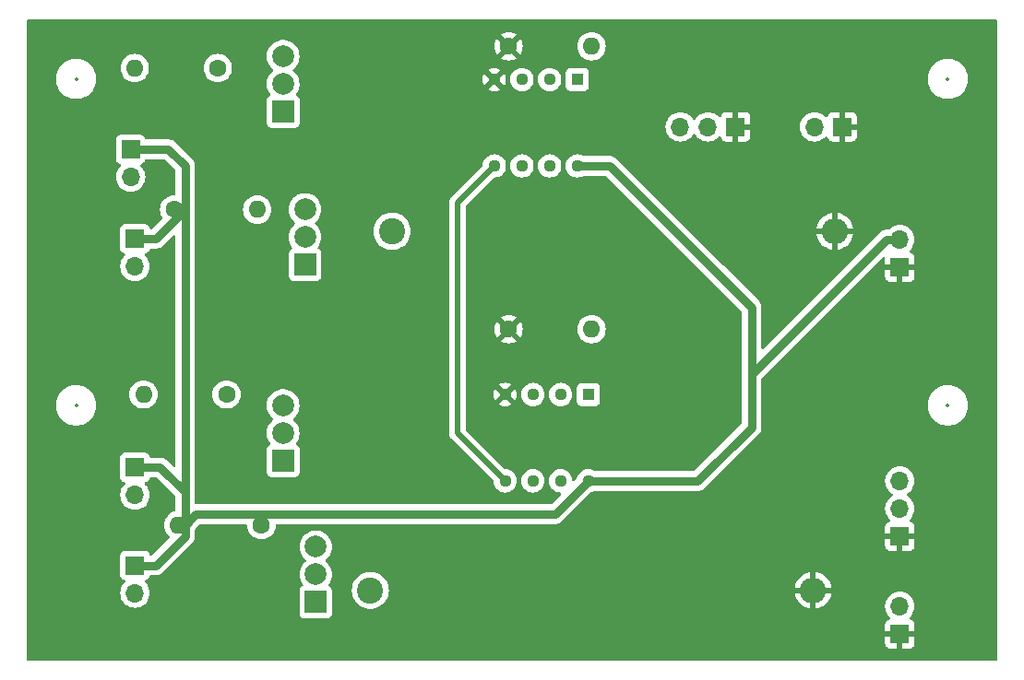
<source format=gbl>
%TF.GenerationSoftware,KiCad,Pcbnew,8.0.6*%
%TF.CreationDate,2025-01-22T12:45:07+00:00*%
%TF.ProjectId,custom_driver,63757374-6f6d-45f6-9472-697665722e6b,rev?*%
%TF.SameCoordinates,Original*%
%TF.FileFunction,Copper,L2,Bot*%
%TF.FilePolarity,Positive*%
%FSLAX46Y46*%
G04 Gerber Fmt 4.6, Leading zero omitted, Abs format (unit mm)*
G04 Created by KiCad (PCBNEW 8.0.6) date 2025-01-22 12:45:07*
%MOMM*%
%LPD*%
G01*
G04 APERTURE LIST*
%TA.AperFunction,ComponentPad*%
%ADD10C,1.600000*%
%TD*%
%TA.AperFunction,ComponentPad*%
%ADD11O,1.600000X1.600000*%
%TD*%
%TA.AperFunction,ComponentPad*%
%ADD12R,2.000000X2.000000*%
%TD*%
%TA.AperFunction,ComponentPad*%
%ADD13C,2.000000*%
%TD*%
%TA.AperFunction,ComponentPad*%
%ADD14R,1.700000X1.700000*%
%TD*%
%TA.AperFunction,ComponentPad*%
%ADD15O,1.700000X1.700000*%
%TD*%
%TA.AperFunction,ComponentPad*%
%ADD16R,1.130000X1.130000*%
%TD*%
%TA.AperFunction,ComponentPad*%
%ADD17C,1.130000*%
%TD*%
%TA.AperFunction,ComponentPad*%
%ADD18C,2.400000*%
%TD*%
%TA.AperFunction,ComponentPad*%
%ADD19O,2.400000X2.400000*%
%TD*%
%TA.AperFunction,Conductor*%
%ADD20C,0.800000*%
%TD*%
%TA.AperFunction,Conductor*%
%ADD21C,0.500000*%
%TD*%
%ADD22C,0.350000*%
G04 APERTURE END LIST*
D10*
%TO.P,R8,1*%
%TO.N,D4*%
X113000000Y-67000000D03*
D11*
%TO.P,R8,2*%
%TO.N,+12V*%
X105380000Y-67000000D03*
%TD*%
D10*
%TO.P,R7,1*%
%TO.N,D3*%
X113810000Y-97000000D03*
D11*
%TO.P,R7,2*%
%TO.N,+12V*%
X106190000Y-97000000D03*
%TD*%
D10*
%TO.P,R6,1*%
%TO.N,+12V*%
X109000000Y-80000000D03*
D11*
%TO.P,R6,2*%
%TO.N,D2*%
X116620000Y-80000000D03*
%TD*%
D10*
%TO.P,R5,1*%
%TO.N,D1*%
X117000000Y-109000000D03*
D11*
%TO.P,R5,2*%
%TO.N,+12V*%
X109380000Y-109000000D03*
%TD*%
D12*
%TO.P,Q4,1,G*%
%TO.N,G4*%
X119000000Y-71000000D03*
D13*
%TO.P,Q4,2,D*%
%TO.N,D4*%
X119000000Y-68460000D03*
%TO.P,Q4,3,S*%
%TO.N,S4*%
X119000000Y-65920000D03*
%TD*%
D14*
%TO.P,J9,1,Pin_1*%
%TO.N,+12V*%
X105000000Y-74460000D03*
D15*
%TO.P,J9,2,Pin_2*%
%TO.N,D4*%
X105000000Y-77000000D03*
%TD*%
D14*
%TO.P,J6,1,Pin_1*%
%TO.N,GND*%
X175600000Y-119000000D03*
D15*
%TO.P,J6,2,Pin_2*%
%TO.N,UVS*%
X175600000Y-116460000D03*
%TD*%
D14*
%TO.P,J8,1,Pin_1*%
%TO.N,+12V*%
X105400000Y-82700000D03*
D15*
%TO.P,J8,2,Pin_2*%
%TO.N,D2*%
X105400000Y-85240000D03*
%TD*%
D14*
%TO.P,J4,1,Pin_1*%
%TO.N,GND*%
X170300000Y-72400000D03*
D15*
%TO.P,J4,2,Pin_2*%
%TO.N,GRS*%
X167760000Y-72400000D03*
%TD*%
D10*
%TO.P,R3,1*%
%TO.N,GND*%
X139685000Y-91000000D03*
D11*
%TO.P,R3,2*%
%TO.N,S3*%
X147305000Y-91000000D03*
%TD*%
D14*
%TO.P,J1,1,Pin_1*%
%TO.N,+12V*%
X105400000Y-112700000D03*
D15*
%TO.P,J1,2,Pin_2*%
%TO.N,D1*%
X105400000Y-115240000D03*
%TD*%
D16*
%TO.P,U2,1*%
%TO.N,G4*%
X146000000Y-68060000D03*
D17*
%TO.P,U2,2*%
%TO.N,S4*%
X143460000Y-68060000D03*
%TO.P,U2,3*%
%TO.N,GRO*%
X140920000Y-68060000D03*
%TO.P,U2,4,GND*%
%TO.N,GND*%
X138380000Y-68060000D03*
%TO.P,U2,5*%
%TO.N,UVO*%
X138380000Y-76000000D03*
%TO.P,U2,6*%
%TO.N,S2*%
X140920000Y-76000000D03*
%TO.P,U2,7*%
%TO.N,G2*%
X143460000Y-76000000D03*
%TO.P,U2,8,V+*%
%TO.N,+12V*%
X146000000Y-76000000D03*
%TD*%
D14*
%TO.P,J7,1,Pin_1*%
%TO.N,GND*%
X175600000Y-110025000D03*
D15*
%TO.P,J7,2,Pin_2*%
%TO.N,UVS*%
X175600000Y-107485000D03*
%TO.P,J7,3,Pin_3*%
%TO.N,UVO*%
X175600000Y-104945000D03*
%TD*%
D14*
%TO.P,J3,1,Pin_1*%
%TO.N,GND*%
X175600000Y-85300000D03*
D15*
%TO.P,J3,2,Pin_2*%
%TO.N,+12V*%
X175600000Y-82760000D03*
%TD*%
D12*
%TO.P,Q1,1,G*%
%TO.N,G1*%
X122000000Y-116080000D03*
D13*
%TO.P,Q1,2,D*%
%TO.N,D1*%
X122000000Y-113540000D03*
%TO.P,Q1,3,S*%
%TO.N,S1*%
X122000000Y-111000000D03*
%TD*%
D12*
%TO.P,Q2,1,G*%
%TO.N,G2*%
X121000000Y-85080000D03*
D13*
%TO.P,Q2,2,D*%
%TO.N,D2*%
X121000000Y-82540000D03*
%TO.P,Q2,3,S*%
%TO.N,S2*%
X121000000Y-80000000D03*
%TD*%
D18*
%TO.P,R1,1*%
%TO.N,S1*%
X127000000Y-115000000D03*
D19*
%TO.P,R1,2*%
%TO.N,GND*%
X167640000Y-115000000D03*
%TD*%
D10*
%TO.P,R4,1*%
%TO.N,GND*%
X139685000Y-65000000D03*
D11*
%TO.P,R4,2*%
%TO.N,S4*%
X147305000Y-65000000D03*
%TD*%
D14*
%TO.P,J5,1,Pin_1*%
%TO.N,GND*%
X160525000Y-72400000D03*
D15*
%TO.P,J5,2,Pin_2*%
%TO.N,GRS*%
X157985000Y-72400000D03*
%TO.P,J5,3,Pin_3*%
%TO.N,GRO*%
X155445000Y-72400000D03*
%TD*%
D12*
%TO.P,Q3,1,G*%
%TO.N,G3*%
X119000000Y-103080000D03*
D13*
%TO.P,Q3,2,D*%
%TO.N,D3*%
X119000000Y-100540000D03*
%TO.P,Q3,3,S*%
%TO.N,S3*%
X119000000Y-98000000D03*
%TD*%
D18*
%TO.P,R2,1*%
%TO.N,S2*%
X129000000Y-82000000D03*
D19*
%TO.P,R2,2*%
%TO.N,GND*%
X169640000Y-82000000D03*
%TD*%
D16*
%TO.P,U1,1*%
%TO.N,G3*%
X147000000Y-97000000D03*
D17*
%TO.P,U1,2*%
%TO.N,S3*%
X144460000Y-97000000D03*
%TO.P,U1,3*%
%TO.N,GRO*%
X141920000Y-97000000D03*
%TO.P,U1,4,GND*%
%TO.N,GND*%
X139380000Y-97000000D03*
%TO.P,U1,5*%
%TO.N,UVO*%
X139380000Y-104940000D03*
%TO.P,U1,6*%
%TO.N,S1*%
X141920000Y-104940000D03*
%TO.P,U1,7*%
%TO.N,G1*%
X144460000Y-104940000D03*
%TO.P,U1,8,V+*%
%TO.N,+12V*%
X147000000Y-104940000D03*
%TD*%
D14*
%TO.P,J2,1,Pin_1*%
%TO.N,+12V*%
X105400000Y-103700000D03*
D15*
%TO.P,J2,2,Pin_2*%
%TO.N,D3*%
X105400000Y-106240000D03*
%TD*%
D20*
%TO.N,+12V*%
X146000000Y-76000000D02*
X149000000Y-76000000D01*
X105000000Y-74460000D02*
X108460000Y-74460000D01*
X107700000Y-103700000D02*
X105400000Y-103700000D01*
X162000000Y-96000000D02*
X162000000Y-100000000D01*
X110000000Y-106000000D02*
X107700000Y-103700000D01*
X110000000Y-109000000D02*
X110000000Y-107000000D01*
X162000000Y-95157919D02*
X162000000Y-96000000D01*
X107300000Y-82700000D02*
X105400000Y-82700000D01*
X110000000Y-80000000D02*
X110000000Y-107000000D01*
X107300000Y-112700000D02*
X110000000Y-110000000D01*
X111000000Y-108000000D02*
X143940000Y-108000000D01*
X110000000Y-110000000D02*
X110000000Y-109000000D01*
X149000000Y-76000000D02*
X162000000Y-89000000D01*
X108460000Y-74460000D02*
X110000000Y-76000000D01*
X110000000Y-107000000D02*
X110000000Y-106000000D01*
X174397919Y-82760000D02*
X162000000Y-95157919D01*
X175600000Y-82760000D02*
X174397919Y-82760000D01*
X110000000Y-76000000D02*
X110000000Y-80000000D01*
X105400000Y-112700000D02*
X107300000Y-112700000D01*
X110000000Y-80000000D02*
X107300000Y-82700000D01*
X157060000Y-104940000D02*
X147000000Y-104940000D01*
X143940000Y-108000000D02*
X147000000Y-104940000D01*
X162000000Y-100000000D02*
X157060000Y-104940000D01*
X162000000Y-89000000D02*
X162000000Y-96000000D01*
X110000000Y-109000000D02*
X111000000Y-108000000D01*
D21*
%TO.N,UVO*%
X138380000Y-76000000D02*
X135000000Y-79380000D01*
X135000000Y-79380000D02*
X135000000Y-100560000D01*
X135000000Y-100560000D02*
X139380000Y-104940000D01*
%TD*%
%TA.AperFunction,Conductor*%
%TO.N,GND*%
G36*
X184442539Y-62520185D02*
G01*
X184488294Y-62572989D01*
X184499500Y-62624500D01*
X184499500Y-121375500D01*
X184479815Y-121442539D01*
X184427011Y-121488294D01*
X184375500Y-121499500D01*
X95624500Y-121499500D01*
X95557461Y-121479815D01*
X95511706Y-121427011D01*
X95500500Y-121375500D01*
X95500500Y-97878711D01*
X98149500Y-97878711D01*
X98149500Y-98121288D01*
X98181161Y-98361785D01*
X98243947Y-98596104D01*
X98336773Y-98820205D01*
X98336776Y-98820212D01*
X98458064Y-99030289D01*
X98458066Y-99030292D01*
X98458067Y-99030293D01*
X98605733Y-99222736D01*
X98605739Y-99222743D01*
X98777256Y-99394260D01*
X98777262Y-99394265D01*
X98969711Y-99541936D01*
X99179788Y-99663224D01*
X99403900Y-99756054D01*
X99638211Y-99818838D01*
X99818586Y-99842584D01*
X99878711Y-99850500D01*
X99878712Y-99850500D01*
X100121289Y-99850500D01*
X100169388Y-99844167D01*
X100361789Y-99818838D01*
X100596100Y-99756054D01*
X100820212Y-99663224D01*
X101030289Y-99541936D01*
X101222738Y-99394265D01*
X101394265Y-99222738D01*
X101541936Y-99030289D01*
X101663224Y-98820212D01*
X101756054Y-98596100D01*
X101818838Y-98361789D01*
X101850500Y-98121288D01*
X101850500Y-97878712D01*
X101845290Y-97839141D01*
X101823350Y-97672483D01*
X101818838Y-97638211D01*
X101756054Y-97403900D01*
X101663224Y-97179788D01*
X101559422Y-96999998D01*
X104884532Y-96999998D01*
X104884532Y-97000001D01*
X104904364Y-97226686D01*
X104904366Y-97226697D01*
X104963258Y-97446488D01*
X104963261Y-97446497D01*
X105059431Y-97652732D01*
X105059432Y-97652734D01*
X105189954Y-97839141D01*
X105350858Y-98000045D01*
X105350861Y-98000047D01*
X105537266Y-98130568D01*
X105743504Y-98226739D01*
X105963308Y-98285635D01*
X106125230Y-98299801D01*
X106189998Y-98305468D01*
X106190000Y-98305468D01*
X106190002Y-98305468D01*
X106246673Y-98300509D01*
X106416692Y-98285635D01*
X106636496Y-98226739D01*
X106842734Y-98130568D01*
X107029139Y-98000047D01*
X107190047Y-97839139D01*
X107320568Y-97652734D01*
X107416739Y-97446496D01*
X107475635Y-97226692D01*
X107495468Y-97000000D01*
X107475635Y-96773308D01*
X107416739Y-96553504D01*
X107320568Y-96347266D01*
X107212319Y-96192669D01*
X107190045Y-96160858D01*
X107029141Y-95999954D01*
X106842734Y-95869432D01*
X106842732Y-95869431D01*
X106636497Y-95773261D01*
X106636488Y-95773258D01*
X106416697Y-95714366D01*
X106416693Y-95714365D01*
X106416692Y-95714365D01*
X106416691Y-95714364D01*
X106416686Y-95714364D01*
X106190002Y-95694532D01*
X106189998Y-95694532D01*
X105963313Y-95714364D01*
X105963302Y-95714366D01*
X105743511Y-95773258D01*
X105743502Y-95773261D01*
X105537267Y-95869431D01*
X105537265Y-95869432D01*
X105350858Y-95999954D01*
X105189954Y-96160858D01*
X105059432Y-96347265D01*
X105059431Y-96347267D01*
X104963261Y-96553502D01*
X104963258Y-96553511D01*
X104904366Y-96773302D01*
X104904364Y-96773313D01*
X104884532Y-96999998D01*
X101559422Y-96999998D01*
X101541936Y-96969711D01*
X101394265Y-96777262D01*
X101394260Y-96777256D01*
X101222743Y-96605739D01*
X101222736Y-96605733D01*
X101030293Y-96458067D01*
X101030292Y-96458066D01*
X101030289Y-96458064D01*
X100838381Y-96347266D01*
X100820214Y-96336777D01*
X100820205Y-96336773D01*
X100596104Y-96243947D01*
X100404733Y-96192669D01*
X100361789Y-96181162D01*
X100361788Y-96181161D01*
X100361785Y-96181161D01*
X100121289Y-96149500D01*
X100121288Y-96149500D01*
X99878712Y-96149500D01*
X99878711Y-96149500D01*
X99638214Y-96181161D01*
X99403895Y-96243947D01*
X99179794Y-96336773D01*
X99179785Y-96336777D01*
X98969706Y-96458067D01*
X98777263Y-96605733D01*
X98777256Y-96605739D01*
X98605739Y-96777256D01*
X98605733Y-96777263D01*
X98458067Y-96969706D01*
X98336777Y-97179785D01*
X98336773Y-97179794D01*
X98243947Y-97403895D01*
X98181161Y-97638214D01*
X98149500Y-97878711D01*
X95500500Y-97878711D01*
X95500500Y-76999999D01*
X103644341Y-76999999D01*
X103644341Y-77000000D01*
X103664936Y-77235403D01*
X103664938Y-77235413D01*
X103726094Y-77463655D01*
X103726096Y-77463659D01*
X103726097Y-77463663D01*
X103825965Y-77677830D01*
X103825967Y-77677834D01*
X103934281Y-77832521D01*
X103961505Y-77871401D01*
X104128599Y-78038495D01*
X104225384Y-78106265D01*
X104322165Y-78174032D01*
X104322167Y-78174033D01*
X104322170Y-78174035D01*
X104536337Y-78273903D01*
X104764592Y-78335063D01*
X104952918Y-78351539D01*
X104999999Y-78355659D01*
X105000000Y-78355659D01*
X105000001Y-78355659D01*
X105039234Y-78352226D01*
X105235408Y-78335063D01*
X105463663Y-78273903D01*
X105677830Y-78174035D01*
X105871401Y-78038495D01*
X106038495Y-77871401D01*
X106174035Y-77677830D01*
X106273903Y-77463663D01*
X106335063Y-77235408D01*
X106355659Y-77000000D01*
X106335063Y-76764592D01*
X106273903Y-76536337D01*
X106174035Y-76322171D01*
X106094705Y-76208876D01*
X106038496Y-76128600D01*
X106038495Y-76128599D01*
X105916567Y-76006671D01*
X105883084Y-75945351D01*
X105888068Y-75875659D01*
X105929939Y-75819725D01*
X105960915Y-75802810D01*
X106092331Y-75753796D01*
X106207546Y-75667546D01*
X106293796Y-75552331D01*
X106301149Y-75532615D01*
X106335258Y-75441167D01*
X106377129Y-75385233D01*
X106442593Y-75360816D01*
X106451440Y-75360500D01*
X108035638Y-75360500D01*
X108102677Y-75380185D01*
X108123319Y-75396819D01*
X109063181Y-76336681D01*
X109096666Y-76398004D01*
X109099500Y-76424362D01*
X109099500Y-78572201D01*
X109079815Y-78639240D01*
X109027011Y-78684995D01*
X108986308Y-78695729D01*
X108773312Y-78714364D01*
X108773302Y-78714366D01*
X108553511Y-78773258D01*
X108553502Y-78773261D01*
X108347267Y-78869431D01*
X108347265Y-78869432D01*
X108160858Y-78999954D01*
X107999954Y-79160858D01*
X107869432Y-79347265D01*
X107869431Y-79347267D01*
X107773261Y-79553502D01*
X107773258Y-79553511D01*
X107714366Y-79773302D01*
X107714364Y-79773313D01*
X107694532Y-79999998D01*
X107694532Y-80000001D01*
X107714364Y-80226686D01*
X107714366Y-80226697D01*
X107773258Y-80446488D01*
X107773261Y-80446497D01*
X107809228Y-80523628D01*
X107869432Y-80652734D01*
X107879532Y-80667159D01*
X107893905Y-80687685D01*
X107916232Y-80753891D01*
X107899220Y-80821658D01*
X107880010Y-80846488D01*
X106963319Y-81763181D01*
X106901996Y-81796666D01*
X106875638Y-81799500D01*
X106851440Y-81799500D01*
X106784401Y-81779815D01*
X106738646Y-81727011D01*
X106735258Y-81718833D01*
X106693797Y-81607671D01*
X106693793Y-81607664D01*
X106607547Y-81492455D01*
X106607544Y-81492452D01*
X106492335Y-81406206D01*
X106492328Y-81406202D01*
X106357482Y-81355908D01*
X106357483Y-81355908D01*
X106297883Y-81349501D01*
X106297881Y-81349500D01*
X106297873Y-81349500D01*
X106297864Y-81349500D01*
X104502129Y-81349500D01*
X104502123Y-81349501D01*
X104442516Y-81355908D01*
X104307671Y-81406202D01*
X104307664Y-81406206D01*
X104192455Y-81492452D01*
X104192452Y-81492455D01*
X104106206Y-81607664D01*
X104106202Y-81607671D01*
X104055908Y-81742517D01*
X104049501Y-81802116D01*
X104049500Y-81802135D01*
X104049500Y-83597870D01*
X104049501Y-83597876D01*
X104055908Y-83657483D01*
X104106202Y-83792328D01*
X104106206Y-83792335D01*
X104192452Y-83907544D01*
X104192455Y-83907547D01*
X104307664Y-83993793D01*
X104307671Y-83993797D01*
X104439081Y-84042810D01*
X104495015Y-84084681D01*
X104519432Y-84150145D01*
X104504580Y-84218418D01*
X104483430Y-84246673D01*
X104361503Y-84368600D01*
X104225965Y-84562169D01*
X104225964Y-84562171D01*
X104126098Y-84776335D01*
X104126094Y-84776344D01*
X104064938Y-85004586D01*
X104064936Y-85004596D01*
X104044341Y-85239999D01*
X104044341Y-85240000D01*
X104064936Y-85475403D01*
X104064938Y-85475413D01*
X104126094Y-85703655D01*
X104126096Y-85703659D01*
X104126097Y-85703663D01*
X104171020Y-85800000D01*
X104225965Y-85917830D01*
X104225967Y-85917834D01*
X104334281Y-86072521D01*
X104361505Y-86111401D01*
X104528599Y-86278495D01*
X104591199Y-86322328D01*
X104722165Y-86414032D01*
X104722167Y-86414033D01*
X104722170Y-86414035D01*
X104936337Y-86513903D01*
X104936343Y-86513904D01*
X104936344Y-86513905D01*
X104973262Y-86523797D01*
X105164592Y-86575063D01*
X105352918Y-86591539D01*
X105399999Y-86595659D01*
X105400000Y-86595659D01*
X105400001Y-86595659D01*
X105439234Y-86592226D01*
X105635408Y-86575063D01*
X105863663Y-86513903D01*
X106077830Y-86414035D01*
X106271401Y-86278495D01*
X106438495Y-86111401D01*
X106574035Y-85917830D01*
X106673903Y-85703663D01*
X106735063Y-85475408D01*
X106755659Y-85240000D01*
X106735063Y-85004592D01*
X106673903Y-84776337D01*
X106574035Y-84562171D01*
X106465012Y-84406470D01*
X106438496Y-84368600D01*
X106412516Y-84342620D01*
X106316567Y-84246671D01*
X106283084Y-84185351D01*
X106288068Y-84115659D01*
X106329939Y-84059725D01*
X106360915Y-84042810D01*
X106492331Y-83993796D01*
X106607546Y-83907546D01*
X106693796Y-83792331D01*
X106708200Y-83753713D01*
X106735258Y-83681167D01*
X106777129Y-83625233D01*
X106842593Y-83600816D01*
X106851440Y-83600500D01*
X107388693Y-83600500D01*
X107388694Y-83600499D01*
X107562666Y-83565895D01*
X107644606Y-83531953D01*
X107726547Y-83498013D01*
X107816617Y-83437830D01*
X107874036Y-83399464D01*
X108887819Y-82385679D01*
X108949142Y-82352195D01*
X109018833Y-82357179D01*
X109074767Y-82399050D01*
X109099184Y-82464515D01*
X109099500Y-82473361D01*
X109099500Y-103526638D01*
X109079815Y-103593677D01*
X109027011Y-103639432D01*
X108957853Y-103649376D01*
X108894297Y-103620351D01*
X108887819Y-103614319D01*
X108274035Y-103000535D01*
X108274030Y-103000531D01*
X108214961Y-102961064D01*
X108214960Y-102961063D01*
X108126544Y-102901985D01*
X108126542Y-102901984D01*
X108044607Y-102868046D01*
X108044606Y-102868046D01*
X107962666Y-102834105D01*
X107962658Y-102834103D01*
X107788696Y-102799500D01*
X107788692Y-102799500D01*
X107788691Y-102799500D01*
X106851440Y-102799500D01*
X106784401Y-102779815D01*
X106738646Y-102727011D01*
X106735258Y-102718833D01*
X106693797Y-102607671D01*
X106693793Y-102607664D01*
X106607547Y-102492455D01*
X106607544Y-102492452D01*
X106492335Y-102406206D01*
X106492328Y-102406202D01*
X106357482Y-102355908D01*
X106357483Y-102355908D01*
X106297883Y-102349501D01*
X106297881Y-102349500D01*
X106297873Y-102349500D01*
X106297864Y-102349500D01*
X104502129Y-102349500D01*
X104502123Y-102349501D01*
X104442516Y-102355908D01*
X104307671Y-102406202D01*
X104307664Y-102406206D01*
X104192455Y-102492452D01*
X104192452Y-102492455D01*
X104106206Y-102607664D01*
X104106202Y-102607671D01*
X104055908Y-102742517D01*
X104049501Y-102802116D01*
X104049500Y-102802135D01*
X104049500Y-104597870D01*
X104049501Y-104597876D01*
X104055908Y-104657483D01*
X104106202Y-104792328D01*
X104106206Y-104792335D01*
X104192452Y-104907544D01*
X104192455Y-104907547D01*
X104307664Y-104993793D01*
X104307671Y-104993797D01*
X104439081Y-105042810D01*
X104495015Y-105084681D01*
X104519432Y-105150145D01*
X104504580Y-105218418D01*
X104483430Y-105246673D01*
X104361503Y-105368600D01*
X104225965Y-105562169D01*
X104225964Y-105562171D01*
X104126098Y-105776335D01*
X104126094Y-105776344D01*
X104064938Y-106004586D01*
X104064936Y-106004596D01*
X104044341Y-106239999D01*
X104044341Y-106240000D01*
X104064936Y-106475403D01*
X104064938Y-106475413D01*
X104126094Y-106703655D01*
X104126096Y-106703659D01*
X104126097Y-106703663D01*
X104174363Y-106807169D01*
X104225965Y-106917830D01*
X104225967Y-106917834D01*
X104266346Y-106975500D01*
X104361505Y-107111401D01*
X104528599Y-107278495D01*
X104625384Y-107346265D01*
X104722165Y-107414032D01*
X104722167Y-107414033D01*
X104722170Y-107414035D01*
X104936337Y-107513903D01*
X105164592Y-107575063D01*
X105352918Y-107591539D01*
X105399999Y-107595659D01*
X105400000Y-107595659D01*
X105400001Y-107595659D01*
X105439234Y-107592226D01*
X105635408Y-107575063D01*
X105863663Y-107513903D01*
X106077830Y-107414035D01*
X106271401Y-107278495D01*
X106438495Y-107111401D01*
X106574035Y-106917830D01*
X106673903Y-106703663D01*
X106735063Y-106475408D01*
X106755659Y-106240000D01*
X106735063Y-106004592D01*
X106673903Y-105776337D01*
X106574035Y-105562171D01*
X106554887Y-105534825D01*
X106438496Y-105368600D01*
X106419618Y-105349722D01*
X106316567Y-105246671D01*
X106283084Y-105185351D01*
X106288068Y-105115659D01*
X106329939Y-105059725D01*
X106360915Y-105042810D01*
X106492331Y-104993796D01*
X106607546Y-104907546D01*
X106693796Y-104792331D01*
X106724410Y-104710251D01*
X106735258Y-104681167D01*
X106777129Y-104625233D01*
X106842593Y-104600816D01*
X106851440Y-104600500D01*
X107275638Y-104600500D01*
X107342677Y-104620185D01*
X107363319Y-104636819D01*
X109063181Y-106336681D01*
X109096666Y-106398004D01*
X109099500Y-106424362D01*
X109099500Y-107633633D01*
X109079815Y-107700672D01*
X109027011Y-107746427D01*
X109007596Y-107753407D01*
X108933503Y-107773261D01*
X108727267Y-107869431D01*
X108727265Y-107869432D01*
X108540858Y-107999954D01*
X108379954Y-108160858D01*
X108249432Y-108347265D01*
X108249431Y-108347267D01*
X108153261Y-108553502D01*
X108153258Y-108553511D01*
X108094366Y-108773302D01*
X108094364Y-108773313D01*
X108074532Y-108999998D01*
X108074532Y-109000001D01*
X108094364Y-109226686D01*
X108094366Y-109226697D01*
X108153258Y-109446488D01*
X108153261Y-109446497D01*
X108249431Y-109652732D01*
X108249432Y-109652734D01*
X108379954Y-109839141D01*
X108544689Y-110003876D01*
X108543184Y-110005380D01*
X108576801Y-110055867D01*
X108577936Y-110125728D01*
X108546088Y-110180411D01*
X106963319Y-111763181D01*
X106901996Y-111796666D01*
X106875638Y-111799500D01*
X106851440Y-111799500D01*
X106784401Y-111779815D01*
X106738646Y-111727011D01*
X106735258Y-111718833D01*
X106693797Y-111607671D01*
X106693793Y-111607664D01*
X106607547Y-111492455D01*
X106607544Y-111492452D01*
X106492335Y-111406206D01*
X106492328Y-111406202D01*
X106357482Y-111355908D01*
X106357483Y-111355908D01*
X106297883Y-111349501D01*
X106297881Y-111349500D01*
X106297873Y-111349500D01*
X106297864Y-111349500D01*
X104502129Y-111349500D01*
X104502123Y-111349501D01*
X104442516Y-111355908D01*
X104307671Y-111406202D01*
X104307664Y-111406206D01*
X104192455Y-111492452D01*
X104192452Y-111492455D01*
X104106206Y-111607664D01*
X104106202Y-111607671D01*
X104055908Y-111742517D01*
X104049501Y-111802116D01*
X104049500Y-111802135D01*
X104049500Y-113597870D01*
X104049501Y-113597876D01*
X104055908Y-113657483D01*
X104106202Y-113792328D01*
X104106206Y-113792335D01*
X104192452Y-113907544D01*
X104192455Y-113907547D01*
X104307664Y-113993793D01*
X104307671Y-113993797D01*
X104439081Y-114042810D01*
X104495015Y-114084681D01*
X104519432Y-114150145D01*
X104504580Y-114218418D01*
X104483430Y-114246673D01*
X104361503Y-114368600D01*
X104225965Y-114562169D01*
X104225964Y-114562171D01*
X104126098Y-114776335D01*
X104126094Y-114776344D01*
X104064938Y-115004586D01*
X104064936Y-115004596D01*
X104044341Y-115239999D01*
X104044341Y-115240000D01*
X104064936Y-115475403D01*
X104064938Y-115475413D01*
X104126094Y-115703655D01*
X104126096Y-115703659D01*
X104126097Y-115703663D01*
X104142888Y-115739671D01*
X104225965Y-115917830D01*
X104225967Y-115917834D01*
X104280936Y-115996337D01*
X104361505Y-116111401D01*
X104528599Y-116278495D01*
X104625384Y-116346265D01*
X104722165Y-116414032D01*
X104722167Y-116414033D01*
X104722170Y-116414035D01*
X104936337Y-116513903D01*
X105164592Y-116575063D01*
X105352918Y-116591539D01*
X105399999Y-116595659D01*
X105400000Y-116595659D01*
X105400001Y-116595659D01*
X105439234Y-116592226D01*
X105635408Y-116575063D01*
X105863663Y-116513903D01*
X106077830Y-116414035D01*
X106271401Y-116278495D01*
X106438495Y-116111401D01*
X106574035Y-115917830D01*
X106673903Y-115703663D01*
X106735063Y-115475408D01*
X106755659Y-115240000D01*
X106735063Y-115004592D01*
X106673903Y-114776337D01*
X106574035Y-114562171D01*
X106547221Y-114523877D01*
X106438496Y-114368600D01*
X106438495Y-114368599D01*
X106316567Y-114246671D01*
X106283084Y-114185351D01*
X106288068Y-114115659D01*
X106329939Y-114059725D01*
X106360915Y-114042810D01*
X106492331Y-113993796D01*
X106607546Y-113907546D01*
X106693796Y-113792331D01*
X106701149Y-113772615D01*
X106735258Y-113681167D01*
X106777129Y-113625233D01*
X106842593Y-113600816D01*
X106851440Y-113600500D01*
X107388693Y-113600500D01*
X107388694Y-113600499D01*
X107562666Y-113565895D01*
X107644606Y-113531953D01*
X107726547Y-113498013D01*
X107726549Y-113498011D01*
X107726552Y-113498010D01*
X107814955Y-113438939D01*
X107814955Y-113438938D01*
X107814959Y-113438936D01*
X107874036Y-113399464D01*
X110273505Y-110999994D01*
X120494357Y-110999994D01*
X120494357Y-111000005D01*
X120514890Y-111247812D01*
X120514892Y-111247824D01*
X120575936Y-111488881D01*
X120675826Y-111716606D01*
X120811833Y-111924782D01*
X120811836Y-111924785D01*
X120980256Y-112107738D01*
X121063008Y-112172147D01*
X121103821Y-112228857D01*
X121107496Y-112298630D01*
X121072864Y-112359313D01*
X121063014Y-112367848D01*
X121004400Y-112413469D01*
X120980257Y-112432261D01*
X120811833Y-112615217D01*
X120675826Y-112823393D01*
X120575936Y-113051118D01*
X120514892Y-113292175D01*
X120514890Y-113292187D01*
X120494357Y-113539994D01*
X120494357Y-113540005D01*
X120514890Y-113787812D01*
X120514892Y-113787824D01*
X120575936Y-114028881D01*
X120671470Y-114246674D01*
X120675827Y-114256607D01*
X120806742Y-114456988D01*
X120826929Y-114523877D01*
X120807749Y-114591063D01*
X120762367Y-114633637D01*
X120757670Y-114636201D01*
X120642455Y-114722452D01*
X120642452Y-114722455D01*
X120556206Y-114837664D01*
X120556202Y-114837671D01*
X120505908Y-114972517D01*
X120499501Y-115032116D01*
X120499501Y-115032123D01*
X120499500Y-115032135D01*
X120499500Y-117127870D01*
X120499501Y-117127876D01*
X120505908Y-117187483D01*
X120556202Y-117322328D01*
X120556206Y-117322335D01*
X120642452Y-117437544D01*
X120642455Y-117437547D01*
X120757664Y-117523793D01*
X120757671Y-117523797D01*
X120892517Y-117574091D01*
X120892516Y-117574091D01*
X120899444Y-117574835D01*
X120952127Y-117580500D01*
X123047872Y-117580499D01*
X123107483Y-117574091D01*
X123242331Y-117523796D01*
X123357546Y-117437546D01*
X123443796Y-117322331D01*
X123494091Y-117187483D01*
X123500500Y-117127873D01*
X123500499Y-115032128D01*
X123497045Y-114999995D01*
X125294732Y-114999995D01*
X125294732Y-115000004D01*
X125313777Y-115254154D01*
X125321037Y-115285964D01*
X125370492Y-115502637D01*
X125463607Y-115739888D01*
X125591041Y-115960612D01*
X125749950Y-116159877D01*
X125936783Y-116333232D01*
X126147366Y-116476805D01*
X126147371Y-116476807D01*
X126147372Y-116476808D01*
X126147373Y-116476809D01*
X126269328Y-116535538D01*
X126376992Y-116587387D01*
X126376993Y-116587387D01*
X126376996Y-116587389D01*
X126620542Y-116662513D01*
X126872565Y-116700500D01*
X127127435Y-116700500D01*
X127379458Y-116662513D01*
X127623004Y-116587389D01*
X127852634Y-116476805D01*
X128063217Y-116333232D01*
X128250050Y-116159877D01*
X128408959Y-115960612D01*
X128536393Y-115739888D01*
X128629508Y-115502637D01*
X128686222Y-115254157D01*
X128695905Y-115124938D01*
X128705268Y-115000004D01*
X128705268Y-114999995D01*
X128687913Y-114768409D01*
X128686534Y-114750000D01*
X165953968Y-114750000D01*
X167091518Y-114750000D01*
X167080889Y-114768409D01*
X167040000Y-114921009D01*
X167040000Y-115078991D01*
X167080889Y-115231591D01*
X167091518Y-115250000D01*
X165953968Y-115250000D01*
X165954274Y-115254079D01*
X165954275Y-115254086D01*
X166010967Y-115502475D01*
X166010973Y-115502494D01*
X166104058Y-115739671D01*
X166104057Y-115739671D01*
X166231455Y-115960328D01*
X166390320Y-116159540D01*
X166577097Y-116332842D01*
X166787616Y-116476371D01*
X166787624Y-116476376D01*
X167017176Y-116586921D01*
X167017174Y-116586921D01*
X167260652Y-116662024D01*
X167260660Y-116662026D01*
X167390000Y-116681520D01*
X167390000Y-115548482D01*
X167408409Y-115559111D01*
X167561009Y-115600000D01*
X167718991Y-115600000D01*
X167871591Y-115559111D01*
X167890000Y-115548482D01*
X167890000Y-116681519D01*
X168019339Y-116662026D01*
X168019347Y-116662024D01*
X168262824Y-116586921D01*
X168492376Y-116476376D01*
X168492377Y-116476375D01*
X168516396Y-116459999D01*
X174244341Y-116459999D01*
X174244341Y-116460000D01*
X174264936Y-116695403D01*
X174264938Y-116695413D01*
X174326094Y-116923655D01*
X174326096Y-116923659D01*
X174326097Y-116923663D01*
X174398527Y-117078990D01*
X174425962Y-117137824D01*
X174425967Y-117137834D01*
X174460732Y-117187483D01*
X174561501Y-117331396D01*
X174561506Y-117331402D01*
X174683818Y-117453714D01*
X174717303Y-117515037D01*
X174712319Y-117584729D01*
X174670447Y-117640662D01*
X174639471Y-117657577D01*
X174507912Y-117706646D01*
X174507906Y-117706649D01*
X174392812Y-117792809D01*
X174392809Y-117792812D01*
X174306649Y-117907906D01*
X174306645Y-117907913D01*
X174256403Y-118042620D01*
X174256401Y-118042627D01*
X174250000Y-118102155D01*
X174250000Y-118750000D01*
X175166988Y-118750000D01*
X175134075Y-118807007D01*
X175100000Y-118934174D01*
X175100000Y-119065826D01*
X175134075Y-119192993D01*
X175166988Y-119250000D01*
X174250000Y-119250000D01*
X174250000Y-119897844D01*
X174256401Y-119957372D01*
X174256403Y-119957379D01*
X174306645Y-120092086D01*
X174306649Y-120092093D01*
X174392809Y-120207187D01*
X174392812Y-120207190D01*
X174507906Y-120293350D01*
X174507913Y-120293354D01*
X174642620Y-120343596D01*
X174642627Y-120343598D01*
X174702155Y-120349999D01*
X174702172Y-120350000D01*
X175350000Y-120350000D01*
X175350000Y-119433012D01*
X175407007Y-119465925D01*
X175534174Y-119500000D01*
X175665826Y-119500000D01*
X175792993Y-119465925D01*
X175850000Y-119433012D01*
X175850000Y-120350000D01*
X176497828Y-120350000D01*
X176497844Y-120349999D01*
X176557372Y-120343598D01*
X176557379Y-120343596D01*
X176692086Y-120293354D01*
X176692093Y-120293350D01*
X176807187Y-120207190D01*
X176807190Y-120207187D01*
X176893350Y-120092093D01*
X176893354Y-120092086D01*
X176943596Y-119957379D01*
X176943598Y-119957372D01*
X176949999Y-119897844D01*
X176950000Y-119897827D01*
X176950000Y-119250000D01*
X176033012Y-119250000D01*
X176065925Y-119192993D01*
X176100000Y-119065826D01*
X176100000Y-118934174D01*
X176065925Y-118807007D01*
X176033012Y-118750000D01*
X176950000Y-118750000D01*
X176950000Y-118102172D01*
X176949999Y-118102155D01*
X176943598Y-118042627D01*
X176943596Y-118042620D01*
X176893354Y-117907913D01*
X176893350Y-117907906D01*
X176807190Y-117792812D01*
X176807187Y-117792809D01*
X176692093Y-117706649D01*
X176692088Y-117706646D01*
X176560528Y-117657577D01*
X176504595Y-117615705D01*
X176480178Y-117550241D01*
X176495030Y-117481968D01*
X176516175Y-117453720D01*
X176638495Y-117331401D01*
X176774035Y-117137830D01*
X176778680Y-117127870D01*
X176785667Y-117112884D01*
X176873903Y-116923663D01*
X176935063Y-116695408D01*
X176955659Y-116460000D01*
X176935063Y-116224592D01*
X176873903Y-115996337D01*
X176774035Y-115782171D01*
X176744429Y-115739888D01*
X176638494Y-115588597D01*
X176471402Y-115421506D01*
X176471395Y-115421501D01*
X176277834Y-115285967D01*
X176277830Y-115285965D01*
X176277828Y-115285964D01*
X176063663Y-115186097D01*
X176063659Y-115186096D01*
X176063655Y-115186094D01*
X175835413Y-115124938D01*
X175835403Y-115124936D01*
X175600001Y-115104341D01*
X175599999Y-115104341D01*
X175364596Y-115124936D01*
X175364586Y-115124938D01*
X175136344Y-115186094D01*
X175136335Y-115186098D01*
X174922171Y-115285964D01*
X174922169Y-115285965D01*
X174728597Y-115421505D01*
X174561505Y-115588597D01*
X174425965Y-115782169D01*
X174425964Y-115782171D01*
X174326098Y-115996335D01*
X174326094Y-115996344D01*
X174264938Y-116224586D01*
X174264936Y-116224596D01*
X174244341Y-116459999D01*
X168516396Y-116459999D01*
X168702905Y-116332840D01*
X168889679Y-116159540D01*
X169048544Y-115960328D01*
X169175941Y-115739671D01*
X169269026Y-115502494D01*
X169269032Y-115502475D01*
X169325724Y-115254086D01*
X169325725Y-115254079D01*
X169326032Y-115250000D01*
X168188482Y-115250000D01*
X168199111Y-115231591D01*
X168240000Y-115078991D01*
X168240000Y-114921009D01*
X168199111Y-114768409D01*
X168188482Y-114750000D01*
X169326031Y-114750000D01*
X169325725Y-114745920D01*
X169325724Y-114745913D01*
X169269032Y-114497524D01*
X169269026Y-114497505D01*
X169175941Y-114260328D01*
X169175942Y-114260328D01*
X169048544Y-114039671D01*
X168889679Y-113840459D01*
X168702905Y-113667159D01*
X168492377Y-113523624D01*
X168492376Y-113523623D01*
X168262823Y-113413078D01*
X168262825Y-113413078D01*
X168019354Y-113337977D01*
X168019348Y-113337976D01*
X167890000Y-113318479D01*
X167890000Y-114451517D01*
X167871591Y-114440889D01*
X167718991Y-114400000D01*
X167561009Y-114400000D01*
X167408409Y-114440889D01*
X167390000Y-114451517D01*
X167390000Y-113318479D01*
X167260651Y-113337976D01*
X167260645Y-113337977D01*
X167017175Y-113413078D01*
X166787624Y-113523623D01*
X166787616Y-113523628D01*
X166577097Y-113667157D01*
X166390320Y-113840459D01*
X166231455Y-114039671D01*
X166104058Y-114260328D01*
X166010973Y-114497505D01*
X166010967Y-114497524D01*
X165954275Y-114745913D01*
X165954274Y-114745920D01*
X165953968Y-114750000D01*
X128686534Y-114750000D01*
X128686222Y-114745843D01*
X128629508Y-114497363D01*
X128536393Y-114260112D01*
X128408959Y-114039388D01*
X128250050Y-113840123D01*
X128063217Y-113666768D01*
X127852634Y-113523195D01*
X127852630Y-113523193D01*
X127852627Y-113523191D01*
X127852626Y-113523190D01*
X127623006Y-113412612D01*
X127623008Y-113412612D01*
X127379466Y-113337489D01*
X127379462Y-113337488D01*
X127379458Y-113337487D01*
X127253350Y-113318479D01*
X127127440Y-113299500D01*
X127127435Y-113299500D01*
X126872565Y-113299500D01*
X126872559Y-113299500D01*
X126715609Y-113323157D01*
X126620542Y-113337487D01*
X126620539Y-113337488D01*
X126620533Y-113337489D01*
X126376992Y-113412612D01*
X126147373Y-113523190D01*
X126147372Y-113523191D01*
X125936782Y-113666768D01*
X125749952Y-113840121D01*
X125749950Y-113840123D01*
X125591041Y-114039388D01*
X125463608Y-114260109D01*
X125370492Y-114497362D01*
X125370490Y-114497369D01*
X125313777Y-114745845D01*
X125294732Y-114999995D01*
X123497045Y-114999995D01*
X123494091Y-114972517D01*
X123443796Y-114837669D01*
X123443795Y-114837668D01*
X123443793Y-114837664D01*
X123357547Y-114722455D01*
X123357544Y-114722452D01*
X123242332Y-114636204D01*
X123237635Y-114633639D01*
X123188232Y-114584232D01*
X123173382Y-114515958D01*
X123193257Y-114456989D01*
X123324173Y-114256607D01*
X123424063Y-114028881D01*
X123485108Y-113787821D01*
X123493946Y-113681167D01*
X123505643Y-113540005D01*
X123505643Y-113539994D01*
X123485109Y-113292187D01*
X123485107Y-113292175D01*
X123424063Y-113051118D01*
X123324173Y-112823393D01*
X123188166Y-112615217D01*
X123166557Y-112591744D01*
X123019744Y-112432262D01*
X122936991Y-112367852D01*
X122896179Y-112311143D01*
X122892504Y-112241370D01*
X122927136Y-112180687D01*
X122936985Y-112172151D01*
X123019744Y-112107738D01*
X123188164Y-111924785D01*
X123324173Y-111716607D01*
X123424063Y-111488881D01*
X123485108Y-111247821D01*
X123486403Y-111232190D01*
X123505643Y-111000005D01*
X123505643Y-110999994D01*
X123485109Y-110752187D01*
X123485107Y-110752175D01*
X123424063Y-110511118D01*
X123324173Y-110283393D01*
X123188166Y-110075217D01*
X123118965Y-110000045D01*
X123019744Y-109892262D01*
X122823509Y-109739526D01*
X122823507Y-109739525D01*
X122823506Y-109739524D01*
X122604811Y-109621172D01*
X122604802Y-109621169D01*
X122369616Y-109540429D01*
X122124335Y-109499500D01*
X121875665Y-109499500D01*
X121630383Y-109540429D01*
X121395197Y-109621169D01*
X121395188Y-109621172D01*
X121176493Y-109739524D01*
X120980257Y-109892261D01*
X120811833Y-110075217D01*
X120675826Y-110283393D01*
X120575936Y-110511118D01*
X120514892Y-110752175D01*
X120514890Y-110752187D01*
X120494357Y-110999994D01*
X110273505Y-110999994D01*
X110699464Y-110574035D01*
X110798013Y-110426547D01*
X110824659Y-110362218D01*
X110865895Y-110262666D01*
X110900500Y-110088691D01*
X110900500Y-109911308D01*
X110900500Y-109424361D01*
X110920185Y-109357322D01*
X110936819Y-109336680D01*
X111336680Y-108936819D01*
X111398003Y-108903334D01*
X111424361Y-108900500D01*
X115572202Y-108900500D01*
X115639241Y-108920185D01*
X115684996Y-108972989D01*
X115695730Y-109013693D01*
X115714364Y-109226686D01*
X115714366Y-109226697D01*
X115773258Y-109446488D01*
X115773261Y-109446497D01*
X115869431Y-109652732D01*
X115869432Y-109652734D01*
X115999954Y-109839141D01*
X116160858Y-110000045D01*
X116160861Y-110000047D01*
X116347266Y-110130568D01*
X116553504Y-110226739D01*
X116773308Y-110285635D01*
X116935230Y-110299801D01*
X116999998Y-110305468D01*
X117000000Y-110305468D01*
X117000002Y-110305468D01*
X117056673Y-110300509D01*
X117226692Y-110285635D01*
X117446496Y-110226739D01*
X117652734Y-110130568D01*
X117839139Y-110000047D01*
X118000047Y-109839139D01*
X118130568Y-109652734D01*
X118226739Y-109446496D01*
X118285635Y-109226692D01*
X118304270Y-109013692D01*
X118329722Y-108948624D01*
X118386313Y-108907645D01*
X118427798Y-108900500D01*
X144028693Y-108900500D01*
X144028694Y-108900499D01*
X144202666Y-108865895D01*
X144284606Y-108831953D01*
X144366547Y-108798013D01*
X144457359Y-108737334D01*
X144465868Y-108731649D01*
X144476251Y-108724710D01*
X144514036Y-108699464D01*
X147207786Y-106005711D01*
X147259466Y-105974735D01*
X147409722Y-105929156D01*
X147548193Y-105855142D01*
X147606646Y-105840500D01*
X157148693Y-105840500D01*
X157148694Y-105840499D01*
X157322666Y-105805895D01*
X157418772Y-105766086D01*
X157486547Y-105738013D01*
X157600820Y-105661658D01*
X157634036Y-105639464D01*
X158328501Y-104944999D01*
X174244341Y-104944999D01*
X174244341Y-104945000D01*
X174264936Y-105180403D01*
X174264938Y-105180413D01*
X174326094Y-105408655D01*
X174326096Y-105408659D01*
X174326097Y-105408663D01*
X174397678Y-105562169D01*
X174425965Y-105622830D01*
X174425967Y-105622834D01*
X174561501Y-105816395D01*
X174561506Y-105816402D01*
X174728597Y-105983493D01*
X174728603Y-105983498D01*
X174914158Y-106113425D01*
X174957783Y-106168002D01*
X174964977Y-106237500D01*
X174933454Y-106299855D01*
X174914158Y-106316575D01*
X174728597Y-106446505D01*
X174561505Y-106613597D01*
X174425965Y-106807169D01*
X174425964Y-106807171D01*
X174326098Y-107021335D01*
X174326094Y-107021344D01*
X174264938Y-107249586D01*
X174264936Y-107249596D01*
X174244341Y-107484999D01*
X174244341Y-107485000D01*
X174264936Y-107720403D01*
X174264938Y-107720413D01*
X174326094Y-107948655D01*
X174326096Y-107948659D01*
X174326097Y-107948663D01*
X174425045Y-108160858D01*
X174425965Y-108162830D01*
X174425967Y-108162834D01*
X174534281Y-108317521D01*
X174561501Y-108356396D01*
X174561506Y-108356402D01*
X174683818Y-108478714D01*
X174717303Y-108540037D01*
X174712319Y-108609729D01*
X174670447Y-108665662D01*
X174639471Y-108682577D01*
X174507912Y-108731646D01*
X174507906Y-108731649D01*
X174392812Y-108817809D01*
X174392809Y-108817812D01*
X174306649Y-108932906D01*
X174306645Y-108932913D01*
X174256403Y-109067620D01*
X174256401Y-109067627D01*
X174250000Y-109127155D01*
X174250000Y-109775000D01*
X175166988Y-109775000D01*
X175134075Y-109832007D01*
X175100000Y-109959174D01*
X175100000Y-110090826D01*
X175134075Y-110217993D01*
X175166988Y-110275000D01*
X174250000Y-110275000D01*
X174250000Y-110922844D01*
X174256401Y-110982372D01*
X174256403Y-110982379D01*
X174306645Y-111117086D01*
X174306649Y-111117093D01*
X174392809Y-111232187D01*
X174392812Y-111232190D01*
X174507906Y-111318350D01*
X174507913Y-111318354D01*
X174642620Y-111368596D01*
X174642627Y-111368598D01*
X174702155Y-111374999D01*
X174702172Y-111375000D01*
X175350000Y-111375000D01*
X175350000Y-110458012D01*
X175407007Y-110490925D01*
X175534174Y-110525000D01*
X175665826Y-110525000D01*
X175792993Y-110490925D01*
X175850000Y-110458012D01*
X175850000Y-111375000D01*
X176497828Y-111375000D01*
X176497844Y-111374999D01*
X176557372Y-111368598D01*
X176557379Y-111368596D01*
X176692086Y-111318354D01*
X176692093Y-111318350D01*
X176807187Y-111232190D01*
X176807190Y-111232187D01*
X176893350Y-111117093D01*
X176893354Y-111117086D01*
X176943596Y-110982379D01*
X176943598Y-110982372D01*
X176949999Y-110922844D01*
X176950000Y-110922827D01*
X176950000Y-110275000D01*
X176033012Y-110275000D01*
X176065925Y-110217993D01*
X176100000Y-110090826D01*
X176100000Y-109959174D01*
X176065925Y-109832007D01*
X176033012Y-109775000D01*
X176950000Y-109775000D01*
X176950000Y-109127172D01*
X176949999Y-109127155D01*
X176943598Y-109067627D01*
X176943596Y-109067620D01*
X176893354Y-108932913D01*
X176893350Y-108932906D01*
X176807190Y-108817812D01*
X176807187Y-108817809D01*
X176692093Y-108731649D01*
X176692088Y-108731646D01*
X176560528Y-108682577D01*
X176504595Y-108640705D01*
X176480178Y-108575241D01*
X176495030Y-108506968D01*
X176516175Y-108478720D01*
X176638495Y-108356401D01*
X176774035Y-108162830D01*
X176873903Y-107948663D01*
X176935063Y-107720408D01*
X176955659Y-107485000D01*
X176935063Y-107249592D01*
X176873903Y-107021337D01*
X176774035Y-106807171D01*
X176701559Y-106703663D01*
X176638494Y-106613597D01*
X176471402Y-106446506D01*
X176471396Y-106446501D01*
X176285842Y-106316575D01*
X176242217Y-106261998D01*
X176235023Y-106192500D01*
X176266546Y-106130145D01*
X176285842Y-106113425D01*
X176325423Y-106085710D01*
X176471401Y-105983495D01*
X176638495Y-105816401D01*
X176774035Y-105622830D01*
X176873903Y-105408663D01*
X176935063Y-105180408D01*
X176955659Y-104945000D01*
X176935063Y-104709592D01*
X176873903Y-104481337D01*
X176774035Y-104267171D01*
X176718237Y-104187482D01*
X176638494Y-104073597D01*
X176471402Y-103906506D01*
X176471395Y-103906501D01*
X176277834Y-103770967D01*
X176277830Y-103770965D01*
X176277828Y-103770964D01*
X176063663Y-103671097D01*
X176063659Y-103671096D01*
X176063655Y-103671094D01*
X175835413Y-103609938D01*
X175835403Y-103609936D01*
X175600001Y-103589341D01*
X175599999Y-103589341D01*
X175364596Y-103609936D01*
X175364586Y-103609938D01*
X175136344Y-103671094D01*
X175136335Y-103671098D01*
X174922171Y-103770964D01*
X174922169Y-103770965D01*
X174728597Y-103906505D01*
X174561505Y-104073597D01*
X174425965Y-104267169D01*
X174425964Y-104267171D01*
X174326098Y-104481335D01*
X174326094Y-104481344D01*
X174264938Y-104709586D01*
X174264936Y-104709596D01*
X174244341Y-104944999D01*
X158328501Y-104944999D01*
X162699464Y-100574036D01*
X162758232Y-100486083D01*
X162798013Y-100426547D01*
X162833411Y-100341088D01*
X162865895Y-100262666D01*
X162900500Y-100088692D01*
X162900500Y-99911308D01*
X162900500Y-97878711D01*
X178149500Y-97878711D01*
X178149500Y-98121288D01*
X178181161Y-98361785D01*
X178243947Y-98596104D01*
X178336773Y-98820205D01*
X178336776Y-98820212D01*
X178458064Y-99030289D01*
X178458066Y-99030292D01*
X178458067Y-99030293D01*
X178605733Y-99222736D01*
X178605739Y-99222743D01*
X178777256Y-99394260D01*
X178777262Y-99394265D01*
X178969711Y-99541936D01*
X179179788Y-99663224D01*
X179403900Y-99756054D01*
X179638211Y-99818838D01*
X179818586Y-99842584D01*
X179878711Y-99850500D01*
X179878712Y-99850500D01*
X180121289Y-99850500D01*
X180169388Y-99844167D01*
X180361789Y-99818838D01*
X180596100Y-99756054D01*
X180820212Y-99663224D01*
X181030289Y-99541936D01*
X181222738Y-99394265D01*
X181394265Y-99222738D01*
X181541936Y-99030289D01*
X181663224Y-98820212D01*
X181756054Y-98596100D01*
X181818838Y-98361789D01*
X181850500Y-98121288D01*
X181850500Y-97878712D01*
X181845290Y-97839141D01*
X181823350Y-97672483D01*
X181818838Y-97638211D01*
X181756054Y-97403900D01*
X181663224Y-97179788D01*
X181541936Y-96969711D01*
X181394265Y-96777262D01*
X181394260Y-96777256D01*
X181222743Y-96605739D01*
X181222736Y-96605733D01*
X181030293Y-96458067D01*
X181030292Y-96458066D01*
X181030289Y-96458064D01*
X180838381Y-96347266D01*
X180820214Y-96336777D01*
X180820205Y-96336773D01*
X180596104Y-96243947D01*
X180404733Y-96192669D01*
X180361789Y-96181162D01*
X180361788Y-96181161D01*
X180361785Y-96181161D01*
X180121289Y-96149500D01*
X180121288Y-96149500D01*
X179878712Y-96149500D01*
X179878711Y-96149500D01*
X179638214Y-96181161D01*
X179403895Y-96243947D01*
X179179794Y-96336773D01*
X179179785Y-96336777D01*
X178969706Y-96458067D01*
X178777263Y-96605733D01*
X178777256Y-96605739D01*
X178605739Y-96777256D01*
X178605733Y-96777263D01*
X178458067Y-96969706D01*
X178336777Y-97179785D01*
X178336773Y-97179794D01*
X178243947Y-97403895D01*
X178181161Y-97638214D01*
X178149500Y-97878711D01*
X162900500Y-97878711D01*
X162900500Y-95911309D01*
X162900500Y-95582280D01*
X162920185Y-95515241D01*
X162936814Y-95494604D01*
X174038319Y-84393098D01*
X174099642Y-84359614D01*
X174169334Y-84364598D01*
X174225267Y-84406470D01*
X174249684Y-84471934D01*
X174250000Y-84480780D01*
X174250000Y-85050000D01*
X175166988Y-85050000D01*
X175134075Y-85107007D01*
X175100000Y-85234174D01*
X175100000Y-85365826D01*
X175134075Y-85492993D01*
X175166988Y-85550000D01*
X174250000Y-85550000D01*
X174250000Y-86197844D01*
X174256401Y-86257372D01*
X174256403Y-86257379D01*
X174306645Y-86392086D01*
X174306649Y-86392093D01*
X174392809Y-86507187D01*
X174392812Y-86507190D01*
X174507906Y-86593350D01*
X174507913Y-86593354D01*
X174642620Y-86643596D01*
X174642627Y-86643598D01*
X174702155Y-86649999D01*
X174702172Y-86650000D01*
X175350000Y-86650000D01*
X175350000Y-85733012D01*
X175407007Y-85765925D01*
X175534174Y-85800000D01*
X175665826Y-85800000D01*
X175792993Y-85765925D01*
X175850000Y-85733012D01*
X175850000Y-86650000D01*
X176497828Y-86650000D01*
X176497844Y-86649999D01*
X176557372Y-86643598D01*
X176557379Y-86643596D01*
X176692086Y-86593354D01*
X176692093Y-86593350D01*
X176807187Y-86507190D01*
X176807190Y-86507187D01*
X176893350Y-86392093D01*
X176893354Y-86392086D01*
X176943596Y-86257379D01*
X176943598Y-86257372D01*
X176949999Y-86197844D01*
X176950000Y-86197827D01*
X176950000Y-85550000D01*
X176033012Y-85550000D01*
X176065925Y-85492993D01*
X176100000Y-85365826D01*
X176100000Y-85234174D01*
X176065925Y-85107007D01*
X176033012Y-85050000D01*
X176950000Y-85050000D01*
X176950000Y-84402172D01*
X176949999Y-84402155D01*
X176943598Y-84342627D01*
X176943596Y-84342620D01*
X176893354Y-84207913D01*
X176893350Y-84207906D01*
X176807190Y-84092812D01*
X176807187Y-84092809D01*
X176692093Y-84006649D01*
X176692088Y-84006646D01*
X176560528Y-83957577D01*
X176504595Y-83915705D01*
X176480178Y-83850241D01*
X176495030Y-83781968D01*
X176516175Y-83753720D01*
X176638495Y-83631401D01*
X176774035Y-83437830D01*
X176873903Y-83223663D01*
X176935063Y-82995408D01*
X176955659Y-82760000D01*
X176935063Y-82524592D01*
X176873903Y-82296337D01*
X176774035Y-82082171D01*
X176771809Y-82078991D01*
X176638494Y-81888597D01*
X176471402Y-81721506D01*
X176471395Y-81721501D01*
X176277834Y-81585967D01*
X176277830Y-81585965D01*
X176277828Y-81585964D01*
X176063663Y-81486097D01*
X176063659Y-81486096D01*
X176063655Y-81486094D01*
X175835413Y-81424938D01*
X175835403Y-81424936D01*
X175600001Y-81404341D01*
X175599999Y-81404341D01*
X175364596Y-81424936D01*
X175364586Y-81424938D01*
X175136344Y-81486094D01*
X175136335Y-81486098D01*
X174922171Y-81585964D01*
X174922169Y-81585965D01*
X174728600Y-81721503D01*
X174700104Y-81750000D01*
X174626921Y-81823182D01*
X174565601Y-81856666D01*
X174539242Y-81859500D01*
X174309222Y-81859500D01*
X174135260Y-81894103D01*
X174135248Y-81894106D01*
X174053311Y-81928045D01*
X174053312Y-81928046D01*
X173971374Y-81961985D01*
X173914482Y-82000000D01*
X173914481Y-82000001D01*
X173823880Y-82060537D01*
X173823879Y-82060538D01*
X163112181Y-92772237D01*
X163050858Y-92805722D01*
X162981166Y-92800738D01*
X162925233Y-92758866D01*
X162900816Y-92693402D01*
X162900500Y-92684556D01*
X162900500Y-88911306D01*
X162900499Y-88911304D01*
X162865896Y-88737341D01*
X162865893Y-88737332D01*
X162798016Y-88573459D01*
X162798009Y-88573446D01*
X162699465Y-88425966D01*
X162699464Y-88425965D01*
X162574035Y-88300536D01*
X159380506Y-85107007D01*
X156023500Y-81750000D01*
X167953968Y-81750000D01*
X169091518Y-81750000D01*
X169080889Y-81768409D01*
X169040000Y-81921009D01*
X169040000Y-82078991D01*
X169080889Y-82231591D01*
X169091518Y-82250000D01*
X167953968Y-82250000D01*
X167954274Y-82254079D01*
X167954275Y-82254086D01*
X168010967Y-82502475D01*
X168010973Y-82502494D01*
X168104058Y-82739671D01*
X168104057Y-82739671D01*
X168231455Y-82960328D01*
X168390320Y-83159540D01*
X168577097Y-83332842D01*
X168787616Y-83476371D01*
X168787624Y-83476376D01*
X169017176Y-83586921D01*
X169017174Y-83586921D01*
X169260652Y-83662024D01*
X169260660Y-83662026D01*
X169390000Y-83681520D01*
X169390000Y-82548482D01*
X169408409Y-82559111D01*
X169561009Y-82600000D01*
X169718991Y-82600000D01*
X169871591Y-82559111D01*
X169890000Y-82548482D01*
X169890000Y-83681519D01*
X170019339Y-83662026D01*
X170019347Y-83662024D01*
X170262824Y-83586921D01*
X170492376Y-83476376D01*
X170492377Y-83476375D01*
X170702905Y-83332840D01*
X170889679Y-83159540D01*
X171048544Y-82960328D01*
X171175941Y-82739671D01*
X171269026Y-82502494D01*
X171269032Y-82502475D01*
X171325724Y-82254086D01*
X171325725Y-82254079D01*
X171326032Y-82250000D01*
X170188482Y-82250000D01*
X170199111Y-82231591D01*
X170240000Y-82078991D01*
X170240000Y-81921009D01*
X170199111Y-81768409D01*
X170188482Y-81750000D01*
X171326031Y-81750000D01*
X171325725Y-81745920D01*
X171325724Y-81745913D01*
X171269032Y-81497524D01*
X171269026Y-81497505D01*
X171175941Y-81260328D01*
X171175942Y-81260328D01*
X171048544Y-81039671D01*
X170889679Y-80840459D01*
X170702905Y-80667159D01*
X170492377Y-80523624D01*
X170492376Y-80523623D01*
X170262823Y-80413078D01*
X170262825Y-80413078D01*
X170019354Y-80337977D01*
X170019348Y-80337976D01*
X169890000Y-80318479D01*
X169890000Y-81451517D01*
X169871591Y-81440889D01*
X169718991Y-81400000D01*
X169561009Y-81400000D01*
X169408409Y-81440889D01*
X169390000Y-81451517D01*
X169390000Y-80318479D01*
X169260651Y-80337976D01*
X169260645Y-80337977D01*
X169017175Y-80413078D01*
X168787624Y-80523623D01*
X168787616Y-80523628D01*
X168577097Y-80667157D01*
X168390320Y-80840459D01*
X168231455Y-81039671D01*
X168104058Y-81260328D01*
X168010973Y-81497505D01*
X168010967Y-81497524D01*
X167954275Y-81745913D01*
X167954274Y-81745920D01*
X167953968Y-81750000D01*
X156023500Y-81750000D01*
X149574041Y-75300540D01*
X149574038Y-75300537D01*
X149510394Y-75258012D01*
X149426544Y-75201985D01*
X149426542Y-75201984D01*
X149332310Y-75162953D01*
X149262666Y-75134105D01*
X149262658Y-75134103D01*
X149088696Y-75099500D01*
X149088692Y-75099500D01*
X149088691Y-75099500D01*
X146606646Y-75099500D01*
X146548193Y-75084858D01*
X146409723Y-75010844D01*
X146208876Y-74949917D01*
X146000000Y-74929345D01*
X145791123Y-74949917D01*
X145590276Y-75010844D01*
X145405181Y-75109779D01*
X145405174Y-75109783D01*
X145242932Y-75242932D01*
X145109783Y-75405174D01*
X145109779Y-75405181D01*
X145010844Y-75590276D01*
X144949917Y-75791123D01*
X144929345Y-76000000D01*
X144949917Y-76208876D01*
X145010844Y-76409723D01*
X145109779Y-76594818D01*
X145109783Y-76594825D01*
X145242932Y-76757067D01*
X145405174Y-76890216D01*
X145405181Y-76890220D01*
X145424414Y-76900500D01*
X145590278Y-76989156D01*
X145791126Y-77050083D01*
X146000000Y-77070655D01*
X146208874Y-77050083D01*
X146409722Y-76989156D01*
X146548193Y-76915142D01*
X146606646Y-76900500D01*
X148575638Y-76900500D01*
X148642677Y-76920185D01*
X148663319Y-76936819D01*
X161063181Y-89336680D01*
X161096666Y-89398003D01*
X161099500Y-89424361D01*
X161099500Y-99575638D01*
X161079815Y-99642677D01*
X161063181Y-99663319D01*
X156723319Y-104003181D01*
X156661996Y-104036666D01*
X156635638Y-104039500D01*
X147606646Y-104039500D01*
X147548193Y-104024858D01*
X147409723Y-103950844D01*
X147208876Y-103889917D01*
X147000000Y-103869345D01*
X146791123Y-103889917D01*
X146590276Y-103950844D01*
X146405181Y-104049779D01*
X146405174Y-104049783D01*
X146242932Y-104182932D01*
X146109783Y-104345174D01*
X146109779Y-104345181D01*
X146010844Y-104530276D01*
X145965265Y-104680528D01*
X145934286Y-104732213D01*
X145733600Y-104932899D01*
X145672277Y-104966384D01*
X145602585Y-104961400D01*
X145546652Y-104919528D01*
X145522517Y-104857374D01*
X145510083Y-104731126D01*
X145449156Y-104530278D01*
X145422997Y-104481337D01*
X145350220Y-104345181D01*
X145350216Y-104345174D01*
X145217067Y-104182932D01*
X145054825Y-104049783D01*
X145054818Y-104049779D01*
X144869723Y-103950844D01*
X144668876Y-103889917D01*
X144460000Y-103869345D01*
X144251123Y-103889917D01*
X144050276Y-103950844D01*
X143865181Y-104049779D01*
X143865174Y-104049783D01*
X143702932Y-104182932D01*
X143569783Y-104345174D01*
X143569779Y-104345181D01*
X143470844Y-104530276D01*
X143409917Y-104731123D01*
X143389345Y-104940000D01*
X143409917Y-105148876D01*
X143470844Y-105349723D01*
X143569779Y-105534818D01*
X143569783Y-105534825D01*
X143702932Y-105697067D01*
X143865174Y-105830216D01*
X143865181Y-105830220D01*
X144050272Y-105929153D01*
X144050278Y-105929156D01*
X144251126Y-105990083D01*
X144377373Y-106002517D01*
X144442158Y-106028676D01*
X144482518Y-106085710D01*
X144485635Y-106155510D01*
X144452899Y-106213600D01*
X143603319Y-107063181D01*
X143541996Y-107096666D01*
X143515638Y-107099500D01*
X111024500Y-107099500D01*
X110957461Y-107079815D01*
X110911706Y-107027011D01*
X110900500Y-106975500D01*
X110900500Y-96999998D01*
X112504532Y-96999998D01*
X112504532Y-97000001D01*
X112524364Y-97226686D01*
X112524366Y-97226697D01*
X112583258Y-97446488D01*
X112583261Y-97446497D01*
X112679431Y-97652732D01*
X112679432Y-97652734D01*
X112809954Y-97839141D01*
X112970858Y-98000045D01*
X112970861Y-98000047D01*
X113157266Y-98130568D01*
X113363504Y-98226739D01*
X113583308Y-98285635D01*
X113745230Y-98299801D01*
X113809998Y-98305468D01*
X113810000Y-98305468D01*
X113810002Y-98305468D01*
X113866673Y-98300509D01*
X114036692Y-98285635D01*
X114256496Y-98226739D01*
X114462734Y-98130568D01*
X114649139Y-98000047D01*
X114649192Y-97999994D01*
X117494357Y-97999994D01*
X117494357Y-98000005D01*
X117514890Y-98247812D01*
X117514892Y-98247824D01*
X117575936Y-98488881D01*
X117675826Y-98716606D01*
X117811833Y-98924782D01*
X117811836Y-98924785D01*
X117980256Y-99107738D01*
X118063008Y-99172147D01*
X118103821Y-99228857D01*
X118107496Y-99298630D01*
X118072864Y-99359313D01*
X118063014Y-99367848D01*
X118029073Y-99394266D01*
X117980257Y-99432261D01*
X117811833Y-99615217D01*
X117675826Y-99823393D01*
X117575936Y-100051118D01*
X117514892Y-100292175D01*
X117514890Y-100292187D01*
X117494357Y-100539994D01*
X117494357Y-100540005D01*
X117514890Y-100787812D01*
X117514892Y-100787824D01*
X117575936Y-101028881D01*
X117675825Y-101256603D01*
X117675827Y-101256607D01*
X117806742Y-101456988D01*
X117826929Y-101523877D01*
X117807749Y-101591063D01*
X117762367Y-101633637D01*
X117757670Y-101636201D01*
X117642455Y-101722452D01*
X117642452Y-101722455D01*
X117556206Y-101837664D01*
X117556202Y-101837671D01*
X117505908Y-101972517D01*
X117499501Y-102032116D01*
X117499501Y-102032123D01*
X117499500Y-102032135D01*
X117499500Y-104127870D01*
X117499501Y-104127876D01*
X117505908Y-104187483D01*
X117556202Y-104322328D01*
X117556206Y-104322335D01*
X117642452Y-104437544D01*
X117642455Y-104437547D01*
X117757664Y-104523793D01*
X117757671Y-104523797D01*
X117892517Y-104574091D01*
X117892516Y-104574091D01*
X117899444Y-104574835D01*
X117952127Y-104580500D01*
X120047872Y-104580499D01*
X120107483Y-104574091D01*
X120242331Y-104523796D01*
X120357546Y-104437546D01*
X120443796Y-104322331D01*
X120494091Y-104187483D01*
X120500500Y-104127873D01*
X120500499Y-102032128D01*
X120494091Y-101972517D01*
X120443796Y-101837669D01*
X120443795Y-101837668D01*
X120443793Y-101837664D01*
X120357547Y-101722455D01*
X120357544Y-101722452D01*
X120242332Y-101636204D01*
X120237635Y-101633639D01*
X120188232Y-101584232D01*
X120173382Y-101515958D01*
X120193257Y-101456989D01*
X120324173Y-101256607D01*
X120424063Y-101028881D01*
X120485108Y-100787821D01*
X120497861Y-100633920D01*
X134249499Y-100633920D01*
X134278340Y-100778907D01*
X134278343Y-100778917D01*
X134334914Y-100915492D01*
X134367812Y-100964727D01*
X134367813Y-100964730D01*
X134417046Y-101038414D01*
X134417052Y-101038421D01*
X138276956Y-104898323D01*
X138310441Y-104959646D01*
X138312678Y-104973849D01*
X138329917Y-105148876D01*
X138390844Y-105349723D01*
X138489779Y-105534818D01*
X138489783Y-105534825D01*
X138622932Y-105697067D01*
X138785174Y-105830216D01*
X138785181Y-105830220D01*
X138970272Y-105929153D01*
X138970278Y-105929156D01*
X139171126Y-105990083D01*
X139380000Y-106010655D01*
X139588874Y-105990083D01*
X139789722Y-105929156D01*
X139974824Y-105830217D01*
X140137067Y-105697067D01*
X140270217Y-105534824D01*
X140369156Y-105349722D01*
X140430083Y-105148874D01*
X140450655Y-104940000D01*
X140849345Y-104940000D01*
X140869917Y-105148876D01*
X140930844Y-105349723D01*
X141029779Y-105534818D01*
X141029783Y-105534825D01*
X141162932Y-105697067D01*
X141325174Y-105830216D01*
X141325181Y-105830220D01*
X141510272Y-105929153D01*
X141510278Y-105929156D01*
X141711126Y-105990083D01*
X141920000Y-106010655D01*
X142128874Y-105990083D01*
X142329722Y-105929156D01*
X142514824Y-105830217D01*
X142677067Y-105697067D01*
X142810217Y-105534824D01*
X142909156Y-105349722D01*
X142970083Y-105148874D01*
X142990655Y-104940000D01*
X142970083Y-104731126D01*
X142909156Y-104530278D01*
X142882997Y-104481337D01*
X142810220Y-104345181D01*
X142810216Y-104345174D01*
X142677067Y-104182932D01*
X142514825Y-104049783D01*
X142514818Y-104049779D01*
X142329723Y-103950844D01*
X142128876Y-103889917D01*
X141920000Y-103869345D01*
X141711123Y-103889917D01*
X141510276Y-103950844D01*
X141325181Y-104049779D01*
X141325174Y-104049783D01*
X141162932Y-104182932D01*
X141029783Y-104345174D01*
X141029779Y-104345181D01*
X140930844Y-104530276D01*
X140869917Y-104731123D01*
X140849345Y-104940000D01*
X140450655Y-104940000D01*
X140430083Y-104731126D01*
X140369156Y-104530278D01*
X140342997Y-104481337D01*
X140270220Y-104345181D01*
X140270216Y-104345174D01*
X140137067Y-104182932D01*
X139974825Y-104049783D01*
X139974818Y-104049779D01*
X139789723Y-103950844D01*
X139588876Y-103889917D01*
X139413849Y-103872678D01*
X139349062Y-103846517D01*
X139338323Y-103836956D01*
X135786819Y-100285451D01*
X135753334Y-100224128D01*
X135750500Y-100197770D01*
X135750500Y-97000000D01*
X138309847Y-97000000D01*
X138330409Y-97208774D01*
X138391309Y-97409534D01*
X138469892Y-97556552D01*
X138469893Y-97556552D01*
X139010000Y-97016446D01*
X139010000Y-97048711D01*
X139035215Y-97142815D01*
X139083926Y-97227186D01*
X139152814Y-97296074D01*
X139237185Y-97344785D01*
X139331289Y-97370000D01*
X139363553Y-97370000D01*
X138823445Y-97910106D01*
X138970465Y-97988690D01*
X139171227Y-98049590D01*
X139171223Y-98049590D01*
X139380000Y-98070152D01*
X139588774Y-98049590D01*
X139789532Y-97988690D01*
X139936553Y-97910105D01*
X139396448Y-97370000D01*
X139428711Y-97370000D01*
X139522815Y-97344785D01*
X139607186Y-97296074D01*
X139676074Y-97227186D01*
X139724785Y-97142815D01*
X139750000Y-97048711D01*
X139750000Y-97016447D01*
X140290105Y-97556552D01*
X140368690Y-97409532D01*
X140429590Y-97208774D01*
X140450152Y-97000000D01*
X140849345Y-97000000D01*
X140869917Y-97208876D01*
X140930844Y-97409723D01*
X141029779Y-97594818D01*
X141029783Y-97594825D01*
X141162932Y-97757067D01*
X141325174Y-97890216D01*
X141325181Y-97890220D01*
X141385659Y-97922546D01*
X141510278Y-97989156D01*
X141711126Y-98050083D01*
X141920000Y-98070655D01*
X142128874Y-98050083D01*
X142329722Y-97989156D01*
X142514824Y-97890217D01*
X142677067Y-97757067D01*
X142810217Y-97594824D01*
X142909156Y-97409722D01*
X142970083Y-97208874D01*
X142990655Y-97000000D01*
X143389345Y-97000000D01*
X143409917Y-97208876D01*
X143470844Y-97409723D01*
X143569779Y-97594818D01*
X143569783Y-97594825D01*
X143702932Y-97757067D01*
X143865174Y-97890216D01*
X143865181Y-97890220D01*
X143925659Y-97922546D01*
X144050278Y-97989156D01*
X144251126Y-98050083D01*
X144460000Y-98070655D01*
X144668874Y-98050083D01*
X144869722Y-97989156D01*
X145054824Y-97890217D01*
X145217067Y-97757067D01*
X145350217Y-97594824D01*
X145449156Y-97409722D01*
X145510083Y-97208874D01*
X145530655Y-97000000D01*
X145510083Y-96791126D01*
X145449156Y-96590278D01*
X145350217Y-96405176D01*
X145350216Y-96405174D01*
X145335412Y-96387135D01*
X145934500Y-96387135D01*
X145934500Y-97612870D01*
X145934501Y-97612876D01*
X145940908Y-97672483D01*
X145991202Y-97807328D01*
X145991206Y-97807335D01*
X146077452Y-97922544D01*
X146077455Y-97922547D01*
X146192664Y-98008793D01*
X146192671Y-98008797D01*
X146327517Y-98059091D01*
X146327516Y-98059091D01*
X146334444Y-98059835D01*
X146387127Y-98065500D01*
X147612872Y-98065499D01*
X147672483Y-98059091D01*
X147807331Y-98008796D01*
X147922546Y-97922546D01*
X148008796Y-97807331D01*
X148059091Y-97672483D01*
X148065500Y-97612873D01*
X148065499Y-96387128D01*
X148059091Y-96327517D01*
X148027921Y-96243947D01*
X148008797Y-96192671D01*
X148008793Y-96192664D01*
X147922547Y-96077455D01*
X147922544Y-96077452D01*
X147807335Y-95991206D01*
X147807328Y-95991202D01*
X147672482Y-95940908D01*
X147672483Y-95940908D01*
X147612883Y-95934501D01*
X147612881Y-95934500D01*
X147612873Y-95934500D01*
X147612864Y-95934500D01*
X146387129Y-95934500D01*
X146387123Y-95934501D01*
X146327516Y-95940908D01*
X146192671Y-95991202D01*
X146192664Y-95991206D01*
X146077455Y-96077452D01*
X146077452Y-96077455D01*
X145991206Y-96192664D01*
X145991202Y-96192671D01*
X145940908Y-96327517D01*
X145934501Y-96387116D01*
X145934501Y-96387123D01*
X145934500Y-96387135D01*
X145335412Y-96387135D01*
X145217067Y-96242932D01*
X145054825Y-96109783D01*
X145054818Y-96109779D01*
X144869723Y-96010844D01*
X144668876Y-95949917D01*
X144460000Y-95929345D01*
X144251123Y-95949917D01*
X144050276Y-96010844D01*
X143865181Y-96109779D01*
X143865174Y-96109783D01*
X143702932Y-96242932D01*
X143569783Y-96405174D01*
X143569779Y-96405181D01*
X143470844Y-96590276D01*
X143409917Y-96791123D01*
X143389345Y-97000000D01*
X142990655Y-97000000D01*
X142970083Y-96791126D01*
X142909156Y-96590278D01*
X142810217Y-96405176D01*
X142810216Y-96405174D01*
X142677067Y-96242932D01*
X142514825Y-96109783D01*
X142514818Y-96109779D01*
X142329723Y-96010844D01*
X142128876Y-95949917D01*
X141920000Y-95929345D01*
X141711123Y-95949917D01*
X141510276Y-96010844D01*
X141325181Y-96109779D01*
X141325174Y-96109783D01*
X141162932Y-96242932D01*
X141029783Y-96405174D01*
X141029779Y-96405181D01*
X140930844Y-96590276D01*
X140869917Y-96791123D01*
X140849345Y-97000000D01*
X140450152Y-97000000D01*
X140429590Y-96791225D01*
X140368690Y-96590465D01*
X140290106Y-96443445D01*
X139750000Y-96983551D01*
X139750000Y-96951289D01*
X139724785Y-96857185D01*
X139676074Y-96772814D01*
X139607186Y-96703926D01*
X139522815Y-96655215D01*
X139428711Y-96630000D01*
X139396448Y-96630000D01*
X139936552Y-96089893D01*
X139936552Y-96089892D01*
X139789534Y-96011309D01*
X139588772Y-95950409D01*
X139588776Y-95950409D01*
X139380000Y-95929847D01*
X139171225Y-95950409D01*
X138970471Y-96011307D01*
X138823446Y-96089893D01*
X139363553Y-96630000D01*
X139331289Y-96630000D01*
X139237185Y-96655215D01*
X139152814Y-96703926D01*
X139083926Y-96772814D01*
X139035215Y-96857185D01*
X139010000Y-96951289D01*
X139010000Y-96983552D01*
X138469893Y-96443446D01*
X138391307Y-96590471D01*
X138330409Y-96791225D01*
X138309847Y-97000000D01*
X135750500Y-97000000D01*
X135750500Y-90999997D01*
X138380034Y-90999997D01*
X138380034Y-91000002D01*
X138399858Y-91226599D01*
X138399860Y-91226610D01*
X138458730Y-91446317D01*
X138458735Y-91446331D01*
X138554863Y-91652478D01*
X138605974Y-91725472D01*
X139285000Y-91046446D01*
X139285000Y-91052661D01*
X139312259Y-91154394D01*
X139364920Y-91245606D01*
X139439394Y-91320080D01*
X139530606Y-91372741D01*
X139632339Y-91400000D01*
X139638553Y-91400000D01*
X138959526Y-92079025D01*
X139032513Y-92130132D01*
X139032521Y-92130136D01*
X139238668Y-92226264D01*
X139238682Y-92226269D01*
X139458389Y-92285139D01*
X139458400Y-92285141D01*
X139684998Y-92304966D01*
X139685002Y-92304966D01*
X139911599Y-92285141D01*
X139911610Y-92285139D01*
X140131317Y-92226269D01*
X140131331Y-92226264D01*
X140337478Y-92130136D01*
X140410471Y-92079024D01*
X139731447Y-91400000D01*
X139737661Y-91400000D01*
X139839394Y-91372741D01*
X139930606Y-91320080D01*
X140005080Y-91245606D01*
X140057741Y-91154394D01*
X140085000Y-91052661D01*
X140085000Y-91046447D01*
X140764024Y-91725471D01*
X140815136Y-91652478D01*
X140911264Y-91446331D01*
X140911269Y-91446317D01*
X140970139Y-91226610D01*
X140970141Y-91226599D01*
X140989966Y-91000002D01*
X140989966Y-90999998D01*
X145999532Y-90999998D01*
X145999532Y-91000001D01*
X146019364Y-91226686D01*
X146019366Y-91226697D01*
X146078258Y-91446488D01*
X146078261Y-91446497D01*
X146174431Y-91652732D01*
X146174432Y-91652734D01*
X146304954Y-91839141D01*
X146465858Y-92000045D01*
X146465861Y-92000047D01*
X146652266Y-92130568D01*
X146858504Y-92226739D01*
X147078308Y-92285635D01*
X147240230Y-92299801D01*
X147304998Y-92305468D01*
X147305000Y-92305468D01*
X147305002Y-92305468D01*
X147361673Y-92300509D01*
X147531692Y-92285635D01*
X147751496Y-92226739D01*
X147957734Y-92130568D01*
X148144139Y-92000047D01*
X148305047Y-91839139D01*
X148435568Y-91652734D01*
X148531739Y-91446496D01*
X148590635Y-91226692D01*
X148610468Y-91000000D01*
X148590635Y-90773308D01*
X148531739Y-90553504D01*
X148435568Y-90347266D01*
X148305047Y-90160861D01*
X148305045Y-90160858D01*
X148144141Y-89999954D01*
X147957734Y-89869432D01*
X147957732Y-89869431D01*
X147751497Y-89773261D01*
X147751488Y-89773258D01*
X147531697Y-89714366D01*
X147531693Y-89714365D01*
X147531692Y-89714365D01*
X147531691Y-89714364D01*
X147531686Y-89714364D01*
X147305002Y-89694532D01*
X147304998Y-89694532D01*
X147078313Y-89714364D01*
X147078302Y-89714366D01*
X146858511Y-89773258D01*
X146858502Y-89773261D01*
X146652267Y-89869431D01*
X146652265Y-89869432D01*
X146465858Y-89999954D01*
X146304954Y-90160858D01*
X146174432Y-90347265D01*
X146174431Y-90347267D01*
X146078261Y-90553502D01*
X146078258Y-90553511D01*
X146019366Y-90773302D01*
X146019364Y-90773313D01*
X145999532Y-90999998D01*
X140989966Y-90999998D01*
X140989966Y-90999997D01*
X140970141Y-90773400D01*
X140970139Y-90773389D01*
X140911269Y-90553682D01*
X140911264Y-90553668D01*
X140815136Y-90347521D01*
X140815132Y-90347513D01*
X140764025Y-90274526D01*
X140085000Y-90953551D01*
X140085000Y-90947339D01*
X140057741Y-90845606D01*
X140005080Y-90754394D01*
X139930606Y-90679920D01*
X139839394Y-90627259D01*
X139737661Y-90600000D01*
X139731448Y-90600000D01*
X140410472Y-89920974D01*
X140337478Y-89869863D01*
X140131331Y-89773735D01*
X140131317Y-89773730D01*
X139911610Y-89714860D01*
X139911599Y-89714858D01*
X139685002Y-89695034D01*
X139684998Y-89695034D01*
X139458400Y-89714858D01*
X139458389Y-89714860D01*
X139238682Y-89773730D01*
X139238673Y-89773734D01*
X139032516Y-89869866D01*
X139032512Y-89869868D01*
X138959526Y-89920973D01*
X138959526Y-89920974D01*
X139638553Y-90600000D01*
X139632339Y-90600000D01*
X139530606Y-90627259D01*
X139439394Y-90679920D01*
X139364920Y-90754394D01*
X139312259Y-90845606D01*
X139285000Y-90947339D01*
X139285000Y-90953552D01*
X138605974Y-90274526D01*
X138605973Y-90274526D01*
X138554868Y-90347512D01*
X138554866Y-90347516D01*
X138458734Y-90553673D01*
X138458730Y-90553682D01*
X138399860Y-90773389D01*
X138399858Y-90773400D01*
X138380034Y-90999997D01*
X135750500Y-90999997D01*
X135750500Y-79742229D01*
X135770185Y-79675190D01*
X135786814Y-79654553D01*
X138338326Y-77103040D01*
X138399647Y-77069557D01*
X138413836Y-77067322D01*
X138588874Y-77050083D01*
X138789722Y-76989156D01*
X138974824Y-76890217D01*
X139137067Y-76757067D01*
X139270217Y-76594824D01*
X139369156Y-76409722D01*
X139430083Y-76208874D01*
X139450655Y-76000000D01*
X139849345Y-76000000D01*
X139869917Y-76208876D01*
X139930844Y-76409723D01*
X140029779Y-76594818D01*
X140029783Y-76594825D01*
X140162932Y-76757067D01*
X140325174Y-76890216D01*
X140325181Y-76890220D01*
X140344414Y-76900500D01*
X140510278Y-76989156D01*
X140711126Y-77050083D01*
X140920000Y-77070655D01*
X141128874Y-77050083D01*
X141329722Y-76989156D01*
X141514824Y-76890217D01*
X141677067Y-76757067D01*
X141810217Y-76594824D01*
X141909156Y-76409722D01*
X141970083Y-76208874D01*
X141990655Y-76000000D01*
X142389345Y-76000000D01*
X142409917Y-76208876D01*
X142470844Y-76409723D01*
X142569779Y-76594818D01*
X142569783Y-76594825D01*
X142702932Y-76757067D01*
X142865174Y-76890216D01*
X142865181Y-76890220D01*
X142884414Y-76900500D01*
X143050278Y-76989156D01*
X143251126Y-77050083D01*
X143460000Y-77070655D01*
X143668874Y-77050083D01*
X143869722Y-76989156D01*
X144054824Y-76890217D01*
X144217067Y-76757067D01*
X144350217Y-76594824D01*
X144449156Y-76409722D01*
X144510083Y-76208874D01*
X144530655Y-76000000D01*
X144510083Y-75791126D01*
X144449156Y-75590278D01*
X144369455Y-75441167D01*
X144350220Y-75405181D01*
X144350216Y-75405174D01*
X144217067Y-75242932D01*
X144054825Y-75109783D01*
X144054818Y-75109779D01*
X143869723Y-75010844D01*
X143668876Y-74949917D01*
X143460000Y-74929345D01*
X143251123Y-74949917D01*
X143050276Y-75010844D01*
X142865181Y-75109779D01*
X142865174Y-75109783D01*
X142702932Y-75242932D01*
X142569783Y-75405174D01*
X142569779Y-75405181D01*
X142470844Y-75590276D01*
X142409917Y-75791123D01*
X142389345Y-76000000D01*
X141990655Y-76000000D01*
X141970083Y-75791126D01*
X141909156Y-75590278D01*
X141829455Y-75441167D01*
X141810220Y-75405181D01*
X141810216Y-75405174D01*
X141677067Y-75242932D01*
X141514825Y-75109783D01*
X141514818Y-75109779D01*
X141329723Y-75010844D01*
X141128876Y-74949917D01*
X140920000Y-74929345D01*
X140711123Y-74949917D01*
X140510276Y-75010844D01*
X140325181Y-75109779D01*
X140325174Y-75109783D01*
X140162932Y-75242932D01*
X140029783Y-75405174D01*
X140029779Y-75405181D01*
X139930844Y-75590276D01*
X139869917Y-75791123D01*
X139849345Y-76000000D01*
X139450655Y-76000000D01*
X139430083Y-75791126D01*
X139369156Y-75590278D01*
X139289455Y-75441167D01*
X139270220Y-75405181D01*
X139270216Y-75405174D01*
X139137067Y-75242932D01*
X138974825Y-75109783D01*
X138974818Y-75109779D01*
X138789723Y-75010844D01*
X138588876Y-74949917D01*
X138380000Y-74929345D01*
X138171123Y-74949917D01*
X137970276Y-75010844D01*
X137785181Y-75109779D01*
X137785174Y-75109783D01*
X137622932Y-75242932D01*
X137489783Y-75405174D01*
X137489779Y-75405181D01*
X137390844Y-75590276D01*
X137329917Y-75791123D01*
X137312679Y-75966146D01*
X137286518Y-76030933D01*
X137276957Y-76041673D01*
X134417050Y-78901580D01*
X134417044Y-78901588D01*
X134367812Y-78975268D01*
X134367813Y-78975269D01*
X134334921Y-79024496D01*
X134334914Y-79024508D01*
X134278342Y-79161086D01*
X134278340Y-79161092D01*
X134249500Y-79306079D01*
X134249500Y-79306082D01*
X134249500Y-100633918D01*
X134249500Y-100633920D01*
X134249499Y-100633920D01*
X120497861Y-100633920D01*
X120497861Y-100633918D01*
X120505643Y-100540005D01*
X120505643Y-100539994D01*
X120485109Y-100292187D01*
X120485107Y-100292175D01*
X120424063Y-100051118D01*
X120324173Y-99823393D01*
X120188166Y-99615217D01*
X120120702Y-99541932D01*
X120019744Y-99432262D01*
X119936991Y-99367852D01*
X119896179Y-99311143D01*
X119892504Y-99241370D01*
X119927136Y-99180687D01*
X119936985Y-99172151D01*
X120019744Y-99107738D01*
X120188164Y-98924785D01*
X120324173Y-98716607D01*
X120424063Y-98488881D01*
X120485108Y-98247821D01*
X120495593Y-98121288D01*
X120505643Y-98000005D01*
X120505643Y-97999994D01*
X120485109Y-97752187D01*
X120485107Y-97752175D01*
X120424063Y-97511118D01*
X120324173Y-97283393D01*
X120188166Y-97075217D01*
X120163765Y-97048711D01*
X120019744Y-96892262D01*
X119823509Y-96739526D01*
X119823507Y-96739525D01*
X119823506Y-96739524D01*
X119604811Y-96621172D01*
X119604802Y-96621169D01*
X119369616Y-96540429D01*
X119124335Y-96499500D01*
X118875665Y-96499500D01*
X118630383Y-96540429D01*
X118395197Y-96621169D01*
X118395188Y-96621172D01*
X118176493Y-96739524D01*
X117980257Y-96892261D01*
X117811833Y-97075217D01*
X117675826Y-97283393D01*
X117575936Y-97511118D01*
X117514892Y-97752175D01*
X117514890Y-97752187D01*
X117494357Y-97999994D01*
X114649192Y-97999994D01*
X114810047Y-97839139D01*
X114940568Y-97652734D01*
X115036739Y-97446496D01*
X115095635Y-97226692D01*
X115115468Y-97000000D01*
X115095635Y-96773308D01*
X115036739Y-96553504D01*
X114940568Y-96347266D01*
X114832319Y-96192669D01*
X114810045Y-96160858D01*
X114649141Y-95999954D01*
X114462734Y-95869432D01*
X114462732Y-95869431D01*
X114256497Y-95773261D01*
X114256488Y-95773258D01*
X114036697Y-95714366D01*
X114036693Y-95714365D01*
X114036692Y-95714365D01*
X114036691Y-95714364D01*
X114036686Y-95714364D01*
X113810002Y-95694532D01*
X113809998Y-95694532D01*
X113583313Y-95714364D01*
X113583302Y-95714366D01*
X113363511Y-95773258D01*
X113363502Y-95773261D01*
X113157267Y-95869431D01*
X113157265Y-95869432D01*
X112970858Y-95999954D01*
X112809954Y-96160858D01*
X112679432Y-96347265D01*
X112679431Y-96347267D01*
X112583261Y-96553502D01*
X112583258Y-96553511D01*
X112524366Y-96773302D01*
X112524364Y-96773313D01*
X112504532Y-96999998D01*
X110900500Y-96999998D01*
X110900500Y-79999998D01*
X115314532Y-79999998D01*
X115314532Y-80000001D01*
X115334364Y-80226686D01*
X115334366Y-80226697D01*
X115393258Y-80446488D01*
X115393261Y-80446497D01*
X115489431Y-80652732D01*
X115489432Y-80652734D01*
X115619954Y-80839141D01*
X115780858Y-81000045D01*
X115780861Y-81000047D01*
X115967266Y-81130568D01*
X116173504Y-81226739D01*
X116173509Y-81226740D01*
X116173511Y-81226741D01*
X116226415Y-81240916D01*
X116393308Y-81285635D01*
X116555230Y-81299801D01*
X116619998Y-81305468D01*
X116620000Y-81305468D01*
X116620002Y-81305468D01*
X116676673Y-81300509D01*
X116846692Y-81285635D01*
X117066496Y-81226739D01*
X117272734Y-81130568D01*
X117459139Y-81000047D01*
X117620047Y-80839139D01*
X117750568Y-80652734D01*
X117846739Y-80446496D01*
X117905635Y-80226692D01*
X117925468Y-80000000D01*
X117925467Y-79999994D01*
X119494357Y-79999994D01*
X119494357Y-80000005D01*
X119514890Y-80247812D01*
X119514892Y-80247824D01*
X119575936Y-80488881D01*
X119675826Y-80716606D01*
X119811833Y-80924782D01*
X119811836Y-80924785D01*
X119980256Y-81107738D01*
X120063008Y-81172147D01*
X120103821Y-81228857D01*
X120107496Y-81298630D01*
X120072864Y-81359313D01*
X120063014Y-81367848D01*
X120021706Y-81400000D01*
X119980257Y-81432261D01*
X119811833Y-81615217D01*
X119675826Y-81823393D01*
X119575936Y-82051118D01*
X119514892Y-82292175D01*
X119514890Y-82292187D01*
X119494357Y-82539994D01*
X119494357Y-82540005D01*
X119514890Y-82787812D01*
X119514892Y-82787824D01*
X119575936Y-83028881D01*
X119675825Y-83256603D01*
X119675827Y-83256607D01*
X119806742Y-83456988D01*
X119826929Y-83523877D01*
X119807749Y-83591063D01*
X119762367Y-83633637D01*
X119757670Y-83636201D01*
X119642455Y-83722452D01*
X119642452Y-83722455D01*
X119556206Y-83837664D01*
X119556202Y-83837671D01*
X119505908Y-83972517D01*
X119502239Y-84006649D01*
X119499501Y-84032123D01*
X119499500Y-84032135D01*
X119499500Y-86127870D01*
X119499501Y-86127876D01*
X119505908Y-86187483D01*
X119556202Y-86322328D01*
X119556206Y-86322335D01*
X119642452Y-86437544D01*
X119642455Y-86437547D01*
X119757664Y-86523793D01*
X119757671Y-86523797D01*
X119892517Y-86574091D01*
X119892516Y-86574091D01*
X119899444Y-86574835D01*
X119952127Y-86580500D01*
X122047872Y-86580499D01*
X122107483Y-86574091D01*
X122242331Y-86523796D01*
X122357546Y-86437546D01*
X122443796Y-86322331D01*
X122494091Y-86187483D01*
X122500500Y-86127873D01*
X122500499Y-84032128D01*
X122494091Y-83972517D01*
X122469858Y-83907546D01*
X122443797Y-83837671D01*
X122443793Y-83837664D01*
X122357547Y-83722455D01*
X122357544Y-83722452D01*
X122242332Y-83636204D01*
X122237635Y-83633639D01*
X122188232Y-83584232D01*
X122173382Y-83515958D01*
X122193257Y-83456989D01*
X122324173Y-83256607D01*
X122424063Y-83028881D01*
X122485108Y-82787821D01*
X122485109Y-82787812D01*
X122505643Y-82540005D01*
X122505643Y-82539994D01*
X122485109Y-82292187D01*
X122485107Y-82292175D01*
X122424063Y-82051118D01*
X122401638Y-81999995D01*
X127294732Y-81999995D01*
X127294732Y-82000000D01*
X127313777Y-82254154D01*
X127370490Y-82502630D01*
X127370492Y-82502637D01*
X127463608Y-82739890D01*
X127490536Y-82786531D01*
X127591041Y-82960612D01*
X127749950Y-83159877D01*
X127936783Y-83333232D01*
X128147366Y-83476805D01*
X128147371Y-83476807D01*
X128147372Y-83476808D01*
X128147373Y-83476809D01*
X128228668Y-83515958D01*
X128376992Y-83587387D01*
X128376993Y-83587387D01*
X128376996Y-83587389D01*
X128620542Y-83662513D01*
X128872565Y-83700500D01*
X129127435Y-83700500D01*
X129379458Y-83662513D01*
X129623004Y-83587389D01*
X129852634Y-83476805D01*
X130063217Y-83333232D01*
X130250050Y-83159877D01*
X130408959Y-82960612D01*
X130536393Y-82739888D01*
X130629508Y-82502637D01*
X130686222Y-82254157D01*
X130705268Y-82000000D01*
X130702419Y-81961987D01*
X130687521Y-81763181D01*
X130686222Y-81745843D01*
X130629508Y-81497363D01*
X130536393Y-81260112D01*
X130408959Y-81039388D01*
X130250050Y-80840123D01*
X130063217Y-80666768D01*
X129852634Y-80523195D01*
X129852630Y-80523193D01*
X129852627Y-80523191D01*
X129852626Y-80523190D01*
X129623006Y-80412612D01*
X129623008Y-80412612D01*
X129379466Y-80337489D01*
X129379462Y-80337488D01*
X129379458Y-80337487D01*
X129253350Y-80318479D01*
X129127440Y-80299500D01*
X129127435Y-80299500D01*
X128872565Y-80299500D01*
X128872559Y-80299500D01*
X128715609Y-80323157D01*
X128620542Y-80337487D01*
X128620539Y-80337488D01*
X128620533Y-80337489D01*
X128376992Y-80412612D01*
X128147373Y-80523190D01*
X128147372Y-80523191D01*
X127936782Y-80666768D01*
X127749952Y-80840121D01*
X127749950Y-80840123D01*
X127591041Y-81039388D01*
X127463608Y-81260109D01*
X127370492Y-81497362D01*
X127370490Y-81497369D01*
X127313777Y-81745845D01*
X127294732Y-81999995D01*
X122401638Y-81999995D01*
X122324173Y-81823393D01*
X122188166Y-81615217D01*
X122161237Y-81585964D01*
X122019744Y-81432262D01*
X121936991Y-81367852D01*
X121896179Y-81311143D01*
X121892504Y-81241370D01*
X121927136Y-81180687D01*
X121936985Y-81172151D01*
X122019744Y-81107738D01*
X122188164Y-80924785D01*
X122324173Y-80716607D01*
X122424063Y-80488881D01*
X122485108Y-80247821D01*
X122485109Y-80247812D01*
X122505643Y-80000005D01*
X122505643Y-79999994D01*
X122485109Y-79752187D01*
X122485107Y-79752175D01*
X122424063Y-79511118D01*
X122324173Y-79283393D01*
X122188166Y-79075217D01*
X122096156Y-78975268D01*
X122019744Y-78892262D01*
X121823509Y-78739526D01*
X121823507Y-78739525D01*
X121823506Y-78739524D01*
X121604811Y-78621172D01*
X121604802Y-78621169D01*
X121369616Y-78540429D01*
X121124335Y-78499500D01*
X120875665Y-78499500D01*
X120630383Y-78540429D01*
X120395197Y-78621169D01*
X120395188Y-78621172D01*
X120176493Y-78739524D01*
X120133152Y-78773258D01*
X119980256Y-78892262D01*
X119971671Y-78901588D01*
X119811833Y-79075217D01*
X119675826Y-79283393D01*
X119575936Y-79511118D01*
X119514892Y-79752175D01*
X119514890Y-79752187D01*
X119494357Y-79999994D01*
X117925467Y-79999994D01*
X117919801Y-79935230D01*
X117905635Y-79773308D01*
X117846739Y-79553504D01*
X117750568Y-79347266D01*
X117620047Y-79160861D01*
X117620045Y-79160858D01*
X117459141Y-78999954D01*
X117272734Y-78869432D01*
X117272732Y-78869431D01*
X117066497Y-78773261D01*
X117066488Y-78773258D01*
X116846697Y-78714366D01*
X116846693Y-78714365D01*
X116846692Y-78714365D01*
X116846691Y-78714364D01*
X116846686Y-78714364D01*
X116620002Y-78694532D01*
X116619998Y-78694532D01*
X116393313Y-78714364D01*
X116393302Y-78714366D01*
X116173511Y-78773258D01*
X116173502Y-78773261D01*
X115967267Y-78869431D01*
X115967265Y-78869432D01*
X115780858Y-78999954D01*
X115619954Y-79160858D01*
X115489432Y-79347265D01*
X115489431Y-79347267D01*
X115393261Y-79553502D01*
X115393258Y-79553511D01*
X115334366Y-79773302D01*
X115334364Y-79773313D01*
X115314532Y-79999998D01*
X110900500Y-79999998D01*
X110900500Y-75911307D01*
X110900499Y-75911303D01*
X110887247Y-75844681D01*
X110865895Y-75737334D01*
X110798013Y-75573453D01*
X110798012Y-75573452D01*
X110798009Y-75573446D01*
X110699464Y-75425964D01*
X110699461Y-75425960D01*
X109034035Y-73760535D01*
X109034030Y-73760531D01*
X108974961Y-73721064D01*
X108974960Y-73721063D01*
X108886544Y-73661985D01*
X108886542Y-73661984D01*
X108804607Y-73628046D01*
X108804606Y-73628046D01*
X108722666Y-73594105D01*
X108722658Y-73594103D01*
X108548696Y-73559500D01*
X108548692Y-73559500D01*
X108548691Y-73559500D01*
X106451440Y-73559500D01*
X106384401Y-73539815D01*
X106338646Y-73487011D01*
X106335258Y-73478833D01*
X106293797Y-73367671D01*
X106293793Y-73367664D01*
X106207547Y-73252455D01*
X106207544Y-73252452D01*
X106092335Y-73166206D01*
X106092328Y-73166202D01*
X105957482Y-73115908D01*
X105957483Y-73115908D01*
X105897883Y-73109501D01*
X105897881Y-73109500D01*
X105897873Y-73109500D01*
X105897864Y-73109500D01*
X104102129Y-73109500D01*
X104102123Y-73109501D01*
X104042516Y-73115908D01*
X103907671Y-73166202D01*
X103907664Y-73166206D01*
X103792455Y-73252452D01*
X103792452Y-73252455D01*
X103706206Y-73367664D01*
X103706202Y-73367671D01*
X103655908Y-73502517D01*
X103649501Y-73562116D01*
X103649500Y-73562135D01*
X103649500Y-75357870D01*
X103649501Y-75357876D01*
X103655908Y-75417483D01*
X103706202Y-75552328D01*
X103706206Y-75552335D01*
X103792452Y-75667544D01*
X103792455Y-75667547D01*
X103907664Y-75753793D01*
X103907671Y-75753797D01*
X104039081Y-75802810D01*
X104095015Y-75844681D01*
X104119432Y-75910145D01*
X104104580Y-75978418D01*
X104083430Y-76006673D01*
X103961503Y-76128600D01*
X103825965Y-76322169D01*
X103825964Y-76322171D01*
X103726098Y-76536335D01*
X103726094Y-76536344D01*
X103664938Y-76764586D01*
X103664936Y-76764596D01*
X103644341Y-76999999D01*
X95500500Y-76999999D01*
X95500500Y-67878711D01*
X98149500Y-67878711D01*
X98149500Y-68121288D01*
X98181161Y-68361785D01*
X98243947Y-68596104D01*
X98335473Y-68817067D01*
X98336776Y-68820212D01*
X98458064Y-69030289D01*
X98458066Y-69030292D01*
X98458067Y-69030293D01*
X98605733Y-69222736D01*
X98605739Y-69222743D01*
X98777256Y-69394260D01*
X98777262Y-69394265D01*
X98969711Y-69541936D01*
X99179788Y-69663224D01*
X99403900Y-69756054D01*
X99638211Y-69818838D01*
X99818586Y-69842584D01*
X99878711Y-69850500D01*
X99878712Y-69850500D01*
X100121289Y-69850500D01*
X100169388Y-69844167D01*
X100361789Y-69818838D01*
X100596100Y-69756054D01*
X100820212Y-69663224D01*
X101030289Y-69541936D01*
X101222738Y-69394265D01*
X101394265Y-69222738D01*
X101541936Y-69030289D01*
X101663224Y-68820212D01*
X101756054Y-68596100D01*
X101818838Y-68361789D01*
X101850500Y-68121288D01*
X101850500Y-67878712D01*
X101845290Y-67839141D01*
X101832685Y-67743393D01*
X101818838Y-67638211D01*
X101756054Y-67403900D01*
X101663224Y-67179788D01*
X101559422Y-66999998D01*
X104074532Y-66999998D01*
X104074532Y-67000001D01*
X104094364Y-67226686D01*
X104094366Y-67226697D01*
X104153258Y-67446488D01*
X104153261Y-67446497D01*
X104249431Y-67652732D01*
X104249432Y-67652734D01*
X104379954Y-67839141D01*
X104540858Y-68000045D01*
X104540861Y-68000047D01*
X104727266Y-68130568D01*
X104933504Y-68226739D01*
X105153308Y-68285635D01*
X105315230Y-68299801D01*
X105379998Y-68305468D01*
X105380000Y-68305468D01*
X105380002Y-68305468D01*
X105436673Y-68300509D01*
X105606692Y-68285635D01*
X105826496Y-68226739D01*
X106032734Y-68130568D01*
X106219139Y-68000047D01*
X106380047Y-67839139D01*
X106510568Y-67652734D01*
X106606739Y-67446496D01*
X106665635Y-67226692D01*
X106684600Y-67009917D01*
X106685468Y-67000001D01*
X106685468Y-66999998D01*
X111694532Y-66999998D01*
X111694532Y-67000001D01*
X111714364Y-67226686D01*
X111714366Y-67226697D01*
X111773258Y-67446488D01*
X111773261Y-67446497D01*
X111869431Y-67652732D01*
X111869432Y-67652734D01*
X111999954Y-67839141D01*
X112160858Y-68000045D01*
X112160861Y-68000047D01*
X112347266Y-68130568D01*
X112553504Y-68226739D01*
X112773308Y-68285635D01*
X112935230Y-68299801D01*
X112999998Y-68305468D01*
X113000000Y-68305468D01*
X113000002Y-68305468D01*
X113056673Y-68300509D01*
X113226692Y-68285635D01*
X113446496Y-68226739D01*
X113652734Y-68130568D01*
X113839139Y-68000047D01*
X114000047Y-67839139D01*
X114130568Y-67652734D01*
X114226739Y-67446496D01*
X114285635Y-67226692D01*
X114304600Y-67009917D01*
X114305468Y-67000001D01*
X114305468Y-66999998D01*
X114285635Y-66773313D01*
X114285635Y-66773308D01*
X114226739Y-66553504D01*
X114130568Y-66347266D01*
X114000047Y-66160861D01*
X114000045Y-66160858D01*
X113839141Y-65999954D01*
X113724945Y-65919994D01*
X117494357Y-65919994D01*
X117494357Y-65920005D01*
X117514890Y-66167812D01*
X117514892Y-66167824D01*
X117575936Y-66408881D01*
X117675826Y-66636606D01*
X117811833Y-66844782D01*
X117811836Y-66844785D01*
X117980256Y-67027738D01*
X118063008Y-67092147D01*
X118103821Y-67148857D01*
X118107496Y-67218630D01*
X118072864Y-67279313D01*
X118063014Y-67287848D01*
X118043634Y-67302933D01*
X117980257Y-67352261D01*
X117811833Y-67535217D01*
X117675826Y-67743393D01*
X117575936Y-67971118D01*
X117514892Y-68212175D01*
X117514890Y-68212187D01*
X117494357Y-68459994D01*
X117494357Y-68460005D01*
X117514890Y-68707812D01*
X117514892Y-68707824D01*
X117575936Y-68948881D01*
X117675825Y-69176603D01*
X117675827Y-69176607D01*
X117806742Y-69376988D01*
X117826929Y-69443877D01*
X117807749Y-69511063D01*
X117762367Y-69553637D01*
X117757670Y-69556201D01*
X117642455Y-69642452D01*
X117642452Y-69642455D01*
X117556206Y-69757664D01*
X117556202Y-69757671D01*
X117505908Y-69892517D01*
X117499501Y-69952116D01*
X117499501Y-69952123D01*
X117499500Y-69952135D01*
X117499500Y-72047870D01*
X117499501Y-72047876D01*
X117505908Y-72107483D01*
X117556202Y-72242328D01*
X117556206Y-72242335D01*
X117642452Y-72357544D01*
X117642455Y-72357547D01*
X117757664Y-72443793D01*
X117757671Y-72443797D01*
X117892517Y-72494091D01*
X117892516Y-72494091D01*
X117899444Y-72494835D01*
X117952127Y-72500500D01*
X120047872Y-72500499D01*
X120107483Y-72494091D01*
X120242331Y-72443796D01*
X120300836Y-72399999D01*
X154089341Y-72399999D01*
X154089341Y-72400000D01*
X154109936Y-72635403D01*
X154109938Y-72635413D01*
X154171094Y-72863655D01*
X154171096Y-72863659D01*
X154171097Y-72863663D01*
X154251004Y-73035023D01*
X154270965Y-73077830D01*
X154270967Y-73077834D01*
X154379281Y-73232521D01*
X154406505Y-73271401D01*
X154573599Y-73438495D01*
X154631208Y-73478833D01*
X154767165Y-73574032D01*
X154767167Y-73574033D01*
X154767170Y-73574035D01*
X154981337Y-73673903D01*
X155209592Y-73735063D01*
X155380319Y-73750000D01*
X155444999Y-73755659D01*
X155445000Y-73755659D01*
X155445001Y-73755659D01*
X155509681Y-73750000D01*
X155680408Y-73735063D01*
X155908663Y-73673903D01*
X156122830Y-73574035D01*
X156316401Y-73438495D01*
X156483495Y-73271401D01*
X156613425Y-73085842D01*
X156668002Y-73042217D01*
X156737500Y-73035023D01*
X156799855Y-73066546D01*
X156816575Y-73085842D01*
X156946500Y-73271395D01*
X156946505Y-73271401D01*
X157113599Y-73438495D01*
X157171208Y-73478833D01*
X157307165Y-73574032D01*
X157307167Y-73574033D01*
X157307170Y-73574035D01*
X157521337Y-73673903D01*
X157749592Y-73735063D01*
X157920319Y-73750000D01*
X157984999Y-73755659D01*
X157985000Y-73755659D01*
X157985001Y-73755659D01*
X158049681Y-73750000D01*
X158220408Y-73735063D01*
X158448663Y-73673903D01*
X158662830Y-73574035D01*
X158856401Y-73438495D01*
X158978717Y-73316178D01*
X159040036Y-73282696D01*
X159109728Y-73287680D01*
X159165662Y-73329551D01*
X159182577Y-73360528D01*
X159231646Y-73492088D01*
X159231649Y-73492093D01*
X159317809Y-73607187D01*
X159317812Y-73607190D01*
X159432906Y-73693350D01*
X159432913Y-73693354D01*
X159567620Y-73743596D01*
X159567627Y-73743598D01*
X159627155Y-73749999D01*
X159627172Y-73750000D01*
X160275000Y-73750000D01*
X160275000Y-72833012D01*
X160332007Y-72865925D01*
X160459174Y-72900000D01*
X160590826Y-72900000D01*
X160717993Y-72865925D01*
X160775000Y-72833012D01*
X160775000Y-73750000D01*
X161422828Y-73750000D01*
X161422844Y-73749999D01*
X161482372Y-73743598D01*
X161482379Y-73743596D01*
X161617086Y-73693354D01*
X161617093Y-73693350D01*
X161732187Y-73607190D01*
X161732190Y-73607187D01*
X161818350Y-73492093D01*
X161818354Y-73492086D01*
X161868596Y-73357379D01*
X161868598Y-73357372D01*
X161874999Y-73297844D01*
X161875000Y-73297827D01*
X161875000Y-72650000D01*
X160958012Y-72650000D01*
X160990925Y-72592993D01*
X161025000Y-72465826D01*
X161025000Y-72399999D01*
X166404341Y-72399999D01*
X166404341Y-72400000D01*
X166424936Y-72635403D01*
X166424938Y-72635413D01*
X166486094Y-72863655D01*
X166486096Y-72863659D01*
X166486097Y-72863663D01*
X166566004Y-73035023D01*
X166585965Y-73077830D01*
X166585967Y-73077834D01*
X166694281Y-73232521D01*
X166721505Y-73271401D01*
X166888599Y-73438495D01*
X166946208Y-73478833D01*
X167082165Y-73574032D01*
X167082167Y-73574033D01*
X167082170Y-73574035D01*
X167296337Y-73673903D01*
X167524592Y-73735063D01*
X167695319Y-73750000D01*
X167759999Y-73755659D01*
X167760000Y-73755659D01*
X167760001Y-73755659D01*
X167824681Y-73750000D01*
X167995408Y-73735063D01*
X168223663Y-73673903D01*
X168437830Y-73574035D01*
X168631401Y-73438495D01*
X168753717Y-73316178D01*
X168815036Y-73282696D01*
X168884728Y-73287680D01*
X168940662Y-73329551D01*
X168957577Y-73360528D01*
X169006646Y-73492088D01*
X169006649Y-73492093D01*
X169092809Y-73607187D01*
X169092812Y-73607190D01*
X169207906Y-73693350D01*
X169207913Y-73693354D01*
X169342620Y-73743596D01*
X169342627Y-73743598D01*
X169402155Y-73749999D01*
X169402172Y-73750000D01*
X170050000Y-73750000D01*
X170050000Y-72833012D01*
X170107007Y-72865925D01*
X170234174Y-72900000D01*
X170365826Y-72900000D01*
X170492993Y-72865925D01*
X170550000Y-72833012D01*
X170550000Y-73750000D01*
X171197828Y-73750000D01*
X171197844Y-73749999D01*
X171257372Y-73743598D01*
X171257379Y-73743596D01*
X171392086Y-73693354D01*
X171392093Y-73693350D01*
X171507187Y-73607190D01*
X171507190Y-73607187D01*
X171593350Y-73492093D01*
X171593354Y-73492086D01*
X171643596Y-73357379D01*
X171643598Y-73357372D01*
X171649999Y-73297844D01*
X171650000Y-73297827D01*
X171650000Y-72650000D01*
X170733012Y-72650000D01*
X170765925Y-72592993D01*
X170800000Y-72465826D01*
X170800000Y-72334174D01*
X170765925Y-72207007D01*
X170733012Y-72150000D01*
X171650000Y-72150000D01*
X171650000Y-71502172D01*
X171649999Y-71502155D01*
X171643598Y-71442627D01*
X171643596Y-71442620D01*
X171593354Y-71307913D01*
X171593350Y-71307906D01*
X171507190Y-71192812D01*
X171507187Y-71192809D01*
X171392093Y-71106649D01*
X171392086Y-71106645D01*
X171257379Y-71056403D01*
X171257372Y-71056401D01*
X171197844Y-71050000D01*
X170550000Y-71050000D01*
X170550000Y-71966988D01*
X170492993Y-71934075D01*
X170365826Y-71900000D01*
X170234174Y-71900000D01*
X170107007Y-71934075D01*
X170050000Y-71966988D01*
X170050000Y-71050000D01*
X169402155Y-71050000D01*
X169342627Y-71056401D01*
X169342620Y-71056403D01*
X169207913Y-71106645D01*
X169207906Y-71106649D01*
X169092812Y-71192809D01*
X169092809Y-71192812D01*
X169006649Y-71307906D01*
X169006645Y-71307913D01*
X168957578Y-71439470D01*
X168915707Y-71495404D01*
X168850242Y-71519821D01*
X168781969Y-71504969D01*
X168753715Y-71483819D01*
X168709366Y-71439470D01*
X168631401Y-71361505D01*
X168631397Y-71361502D01*
X168631396Y-71361501D01*
X168437834Y-71225967D01*
X168437830Y-71225965D01*
X168366727Y-71192809D01*
X168223663Y-71126097D01*
X168223659Y-71126096D01*
X168223655Y-71126094D01*
X167995413Y-71064938D01*
X167995403Y-71064936D01*
X167760001Y-71044341D01*
X167759999Y-71044341D01*
X167524596Y-71064936D01*
X167524586Y-71064938D01*
X167296344Y-71126094D01*
X167296335Y-71126098D01*
X167082171Y-71225964D01*
X167082169Y-71225965D01*
X166888597Y-71361505D01*
X166721505Y-71528597D01*
X166585965Y-71722169D01*
X166585964Y-71722171D01*
X166486098Y-71936335D01*
X166486094Y-71936344D01*
X166424938Y-72164586D01*
X166424936Y-72164596D01*
X166404341Y-72399999D01*
X161025000Y-72399999D01*
X161025000Y-72334174D01*
X160990925Y-72207007D01*
X160958012Y-72150000D01*
X161875000Y-72150000D01*
X161875000Y-71502172D01*
X161874999Y-71502155D01*
X161868598Y-71442627D01*
X161868596Y-71442620D01*
X161818354Y-71307913D01*
X161818350Y-71307906D01*
X161732190Y-71192812D01*
X161732187Y-71192809D01*
X161617093Y-71106649D01*
X161617086Y-71106645D01*
X161482379Y-71056403D01*
X161482372Y-71056401D01*
X161422844Y-71050000D01*
X160775000Y-71050000D01*
X160775000Y-71966988D01*
X160717993Y-71934075D01*
X160590826Y-71900000D01*
X160459174Y-71900000D01*
X160332007Y-71934075D01*
X160275000Y-71966988D01*
X160275000Y-71050000D01*
X159627155Y-71050000D01*
X159567627Y-71056401D01*
X159567620Y-71056403D01*
X159432913Y-71106645D01*
X159432906Y-71106649D01*
X159317812Y-71192809D01*
X159317809Y-71192812D01*
X159231649Y-71307906D01*
X159231645Y-71307913D01*
X159182578Y-71439470D01*
X159140707Y-71495404D01*
X159075242Y-71519821D01*
X159006969Y-71504969D01*
X158978715Y-71483819D01*
X158934366Y-71439470D01*
X158856401Y-71361505D01*
X158856397Y-71361502D01*
X158856396Y-71361501D01*
X158662834Y-71225967D01*
X158662830Y-71225965D01*
X158591727Y-71192809D01*
X158448663Y-71126097D01*
X158448659Y-71126096D01*
X158448655Y-71126094D01*
X158220413Y-71064938D01*
X158220403Y-71064936D01*
X157985001Y-71044341D01*
X157984999Y-71044341D01*
X157749596Y-71064936D01*
X157749586Y-71064938D01*
X157521344Y-71126094D01*
X157521335Y-71126098D01*
X157307171Y-71225964D01*
X157307169Y-71225965D01*
X157113597Y-71361505D01*
X156946505Y-71528597D01*
X156816575Y-71714158D01*
X156761998Y-71757783D01*
X156692500Y-71764977D01*
X156630145Y-71733454D01*
X156613425Y-71714158D01*
X156483494Y-71528597D01*
X156316402Y-71361506D01*
X156316395Y-71361501D01*
X156122834Y-71225967D01*
X156122830Y-71225965D01*
X156051727Y-71192809D01*
X155908663Y-71126097D01*
X155908659Y-71126096D01*
X155908655Y-71126094D01*
X155680413Y-71064938D01*
X155680403Y-71064936D01*
X155445001Y-71044341D01*
X155444999Y-71044341D01*
X155209596Y-71064936D01*
X155209586Y-71064938D01*
X154981344Y-71126094D01*
X154981335Y-71126098D01*
X154767171Y-71225964D01*
X154767169Y-71225965D01*
X154573597Y-71361505D01*
X154406505Y-71528597D01*
X154270965Y-71722169D01*
X154270964Y-71722171D01*
X154171098Y-71936335D01*
X154171094Y-71936344D01*
X154109938Y-72164586D01*
X154109936Y-72164596D01*
X154089341Y-72399999D01*
X120300836Y-72399999D01*
X120357546Y-72357546D01*
X120443796Y-72242331D01*
X120494091Y-72107483D01*
X120500500Y-72047873D01*
X120500499Y-69952128D01*
X120494091Y-69892517D01*
X120443796Y-69757669D01*
X120443795Y-69757668D01*
X120443793Y-69757664D01*
X120357547Y-69642455D01*
X120357544Y-69642452D01*
X120242332Y-69556204D01*
X120237635Y-69553639D01*
X120188232Y-69504232D01*
X120173382Y-69435958D01*
X120193257Y-69376989D01*
X120324173Y-69176607D01*
X120424063Y-68948881D01*
X120485108Y-68707821D01*
X120488005Y-68672864D01*
X120505643Y-68460005D01*
X120505643Y-68459994D01*
X120485109Y-68212187D01*
X120485107Y-68212175D01*
X120446571Y-68060000D01*
X137309847Y-68060000D01*
X137330409Y-68268774D01*
X137391309Y-68469534D01*
X137469892Y-68616552D01*
X137469893Y-68616552D01*
X138010000Y-68076446D01*
X138010000Y-68108711D01*
X138035215Y-68202815D01*
X138083926Y-68287186D01*
X138152814Y-68356074D01*
X138237185Y-68404785D01*
X138331289Y-68430000D01*
X138363553Y-68430000D01*
X137823445Y-68970106D01*
X137970465Y-69048690D01*
X138171227Y-69109590D01*
X138171223Y-69109590D01*
X138380000Y-69130152D01*
X138588774Y-69109590D01*
X138789532Y-69048690D01*
X138936553Y-68970105D01*
X138396448Y-68430000D01*
X138428711Y-68430000D01*
X138522815Y-68404785D01*
X138607186Y-68356074D01*
X138676074Y-68287186D01*
X138724785Y-68202815D01*
X138750000Y-68108711D01*
X138750000Y-68076447D01*
X139290105Y-68616552D01*
X139368690Y-68469532D01*
X139429590Y-68268774D01*
X139450152Y-68060000D01*
X139849345Y-68060000D01*
X139869917Y-68268876D01*
X139930844Y-68469723D01*
X140029779Y-68654818D01*
X140029783Y-68654825D01*
X140162932Y-68817067D01*
X140325174Y-68950216D01*
X140325181Y-68950220D01*
X140385659Y-68982546D01*
X140510278Y-69049156D01*
X140711126Y-69110083D01*
X140920000Y-69130655D01*
X141128874Y-69110083D01*
X141329722Y-69049156D01*
X141514824Y-68950217D01*
X141677067Y-68817067D01*
X141810217Y-68654824D01*
X141909156Y-68469722D01*
X141970083Y-68268874D01*
X141990655Y-68060000D01*
X142389345Y-68060000D01*
X142409917Y-68268876D01*
X142470844Y-68469723D01*
X142569779Y-68654818D01*
X142569783Y-68654825D01*
X142702932Y-68817067D01*
X142865174Y-68950216D01*
X142865181Y-68950220D01*
X142925659Y-68982546D01*
X143050278Y-69049156D01*
X143251126Y-69110083D01*
X143460000Y-69130655D01*
X143668874Y-69110083D01*
X143869722Y-69049156D01*
X144054824Y-68950217D01*
X144217067Y-68817067D01*
X144350217Y-68654824D01*
X144449156Y-68469722D01*
X144510083Y-68268874D01*
X144530655Y-68060000D01*
X144510083Y-67851126D01*
X144449156Y-67650278D01*
X144350217Y-67465176D01*
X144350216Y-67465174D01*
X144335412Y-67447135D01*
X144934500Y-67447135D01*
X144934500Y-68672870D01*
X144934501Y-68672876D01*
X144940908Y-68732483D01*
X144991202Y-68867328D01*
X144991206Y-68867335D01*
X145077452Y-68982544D01*
X145077455Y-68982547D01*
X145192664Y-69068793D01*
X145192671Y-69068797D01*
X145327517Y-69119091D01*
X145327516Y-69119091D01*
X145334444Y-69119835D01*
X145387127Y-69125500D01*
X146612872Y-69125499D01*
X146672483Y-69119091D01*
X146807331Y-69068796D01*
X146922546Y-68982546D01*
X147008796Y-68867331D01*
X147059091Y-68732483D01*
X147065500Y-68672873D01*
X147065499Y-67878711D01*
X178149500Y-67878711D01*
X178149500Y-68121288D01*
X178181161Y-68361785D01*
X178243947Y-68596104D01*
X178335473Y-68817067D01*
X178336776Y-68820212D01*
X178458064Y-69030289D01*
X178458066Y-69030292D01*
X178458067Y-69030293D01*
X178605733Y-69222736D01*
X178605739Y-69222743D01*
X178777256Y-69394260D01*
X178777262Y-69394265D01*
X178969711Y-69541936D01*
X179179788Y-69663224D01*
X179403900Y-69756054D01*
X179638211Y-69818838D01*
X179818586Y-69842584D01*
X179878711Y-69850500D01*
X179878712Y-69850500D01*
X180121289Y-69850500D01*
X180169388Y-69844167D01*
X180361789Y-69818838D01*
X180596100Y-69756054D01*
X180820212Y-69663224D01*
X181030289Y-69541936D01*
X181222738Y-69394265D01*
X181394265Y-69222738D01*
X181541936Y-69030289D01*
X181663224Y-68820212D01*
X181756054Y-68596100D01*
X181818838Y-68361789D01*
X181850500Y-68121288D01*
X181850500Y-67878712D01*
X181845290Y-67839141D01*
X181832685Y-67743393D01*
X181818838Y-67638211D01*
X181756054Y-67403900D01*
X181663224Y-67179788D01*
X181541936Y-66969711D01*
X181394265Y-66777262D01*
X181394260Y-66777256D01*
X181222743Y-66605739D01*
X181222736Y-66605733D01*
X181030293Y-66458067D01*
X181030292Y-66458066D01*
X181030289Y-66458064D01*
X180838381Y-66347266D01*
X180820214Y-66336777D01*
X180820205Y-66336773D01*
X180596104Y-66243947D01*
X180361785Y-66181161D01*
X180121289Y-66149500D01*
X180121288Y-66149500D01*
X179878712Y-66149500D01*
X179878711Y-66149500D01*
X179638214Y-66181161D01*
X179403895Y-66243947D01*
X179179794Y-66336773D01*
X179179785Y-66336777D01*
X178969706Y-66458067D01*
X178777263Y-66605733D01*
X178777256Y-66605739D01*
X178605739Y-66777256D01*
X178605733Y-66777263D01*
X178458067Y-66969706D01*
X178458064Y-66969710D01*
X178458064Y-66969711D01*
X178441817Y-66997851D01*
X178336777Y-67179785D01*
X178336773Y-67179794D01*
X178243947Y-67403895D01*
X178181161Y-67638214D01*
X178149500Y-67878711D01*
X147065499Y-67878711D01*
X147065499Y-67447128D01*
X147059091Y-67387517D01*
X147045941Y-67352261D01*
X147008797Y-67252671D01*
X147008793Y-67252664D01*
X146922547Y-67137455D01*
X146922544Y-67137452D01*
X146807335Y-67051206D01*
X146807328Y-67051202D01*
X146672482Y-67000908D01*
X146672483Y-67000908D01*
X146612883Y-66994501D01*
X146612881Y-66994500D01*
X146612873Y-66994500D01*
X146612864Y-66994500D01*
X145387129Y-66994500D01*
X145387123Y-66994501D01*
X145327516Y-67000908D01*
X145192671Y-67051202D01*
X145192664Y-67051206D01*
X145077455Y-67137452D01*
X145077452Y-67137455D01*
X144991206Y-67252664D01*
X144991202Y-67252671D01*
X144940908Y-67387517D01*
X144934569Y-67446488D01*
X144934501Y-67447123D01*
X144934500Y-67447135D01*
X144335412Y-67447135D01*
X144217067Y-67302932D01*
X144054825Y-67169783D01*
X144054818Y-67169779D01*
X143869723Y-67070844D01*
X143668876Y-67009917D01*
X143460000Y-66989345D01*
X143251123Y-67009917D01*
X143050276Y-67070844D01*
X142865181Y-67169779D01*
X142865174Y-67169783D01*
X142702932Y-67302932D01*
X142569783Y-67465174D01*
X142569779Y-67465181D01*
X142470844Y-67650276D01*
X142409917Y-67851123D01*
X142389345Y-68060000D01*
X141990655Y-68060000D01*
X141970083Y-67851126D01*
X141909156Y-67650278D01*
X141810217Y-67465176D01*
X141810216Y-67465174D01*
X141677067Y-67302932D01*
X141514825Y-67169783D01*
X141514818Y-67169779D01*
X141329723Y-67070844D01*
X141128876Y-67009917D01*
X140920000Y-66989345D01*
X140711123Y-67009917D01*
X140510276Y-67070844D01*
X140325181Y-67169779D01*
X140325174Y-67169783D01*
X140162932Y-67302932D01*
X140029783Y-67465174D01*
X140029779Y-67465181D01*
X139930844Y-67650276D01*
X139869917Y-67851123D01*
X139849345Y-68060000D01*
X139450152Y-68060000D01*
X139429590Y-67851225D01*
X139368690Y-67650465D01*
X139290106Y-67503445D01*
X138750000Y-68043551D01*
X138750000Y-68011289D01*
X138724785Y-67917185D01*
X138676074Y-67832814D01*
X138607186Y-67763926D01*
X138522815Y-67715215D01*
X138428711Y-67690000D01*
X138396448Y-67690000D01*
X138936552Y-67149893D01*
X138936552Y-67149892D01*
X138789534Y-67071309D01*
X138588772Y-67010409D01*
X138588776Y-67010409D01*
X138380000Y-66989847D01*
X138171225Y-67010409D01*
X137970471Y-67071307D01*
X137823446Y-67149893D01*
X138363553Y-67690000D01*
X138331289Y-67690000D01*
X138237185Y-67715215D01*
X138152814Y-67763926D01*
X138083926Y-67832814D01*
X138035215Y-67917185D01*
X138010000Y-68011289D01*
X138010000Y-68043552D01*
X137469893Y-67503446D01*
X137391307Y-67650471D01*
X137330409Y-67851225D01*
X137309847Y-68060000D01*
X120446571Y-68060000D01*
X120424063Y-67971118D01*
X120324173Y-67743393D01*
X120188166Y-67535217D01*
X120123693Y-67465181D01*
X120019744Y-67352262D01*
X119936991Y-67287852D01*
X119896179Y-67231143D01*
X119892504Y-67161370D01*
X119927136Y-67100687D01*
X119936985Y-67092151D01*
X120019744Y-67027738D01*
X120188164Y-66844785D01*
X120324173Y-66636607D01*
X120424063Y-66408881D01*
X120485108Y-66167821D01*
X120499010Y-66000047D01*
X120505643Y-65920005D01*
X120505643Y-65919994D01*
X120485109Y-65672187D01*
X120485107Y-65672175D01*
X120424063Y-65431118D01*
X120324173Y-65203393D01*
X120191289Y-64999997D01*
X138380034Y-64999997D01*
X138380034Y-65000002D01*
X138399858Y-65226599D01*
X138399860Y-65226610D01*
X138458730Y-65446317D01*
X138458735Y-65446331D01*
X138554863Y-65652478D01*
X138605974Y-65725472D01*
X139285000Y-65046446D01*
X139285000Y-65052661D01*
X139312259Y-65154394D01*
X139364920Y-65245606D01*
X139439394Y-65320080D01*
X139530606Y-65372741D01*
X139632339Y-65400000D01*
X139638553Y-65400000D01*
X138959526Y-66079025D01*
X139032513Y-66130132D01*
X139032521Y-66130136D01*
X139238668Y-66226264D01*
X139238682Y-66226269D01*
X139458389Y-66285139D01*
X139458400Y-66285141D01*
X139684998Y-66304966D01*
X139685002Y-66304966D01*
X139911599Y-66285141D01*
X139911610Y-66285139D01*
X140131317Y-66226269D01*
X140131331Y-66226264D01*
X140337478Y-66130136D01*
X140410471Y-66079024D01*
X139731447Y-65400000D01*
X139737661Y-65400000D01*
X139839394Y-65372741D01*
X139930606Y-65320080D01*
X140005080Y-65245606D01*
X140057741Y-65154394D01*
X140085000Y-65052661D01*
X140085000Y-65046447D01*
X140764024Y-65725471D01*
X140815136Y-65652478D01*
X140911264Y-65446331D01*
X140911269Y-65446317D01*
X140970139Y-65226610D01*
X140970141Y-65226599D01*
X140989966Y-65000002D01*
X140989966Y-64999998D01*
X145999532Y-64999998D01*
X145999532Y-65000001D01*
X146019364Y-65226686D01*
X146019366Y-65226697D01*
X146078258Y-65446488D01*
X146078261Y-65446497D01*
X146174431Y-65652732D01*
X146174432Y-65652734D01*
X146304954Y-65839141D01*
X146465858Y-66000045D01*
X146465861Y-66000047D01*
X146652266Y-66130568D01*
X146858504Y-66226739D01*
X147078308Y-66285635D01*
X147240230Y-66299801D01*
X147304998Y-66305468D01*
X147305000Y-66305468D01*
X147305002Y-66305468D01*
X147361673Y-66300509D01*
X147531692Y-66285635D01*
X147751496Y-66226739D01*
X147957734Y-66130568D01*
X148144139Y-66000047D01*
X148305047Y-65839139D01*
X148435568Y-65652734D01*
X148531739Y-65446496D01*
X148590635Y-65226692D01*
X148610468Y-65000000D01*
X148610049Y-64995215D01*
X148590635Y-64773313D01*
X148590635Y-64773308D01*
X148531739Y-64553504D01*
X148435568Y-64347266D01*
X148305047Y-64160861D01*
X148305045Y-64160858D01*
X148144141Y-63999954D01*
X147957734Y-63869432D01*
X147957732Y-63869431D01*
X147751497Y-63773261D01*
X147751488Y-63773258D01*
X147531697Y-63714366D01*
X147531693Y-63714365D01*
X147531692Y-63714365D01*
X147531691Y-63714364D01*
X147531686Y-63714364D01*
X147305002Y-63694532D01*
X147304998Y-63694532D01*
X147078313Y-63714364D01*
X147078302Y-63714366D01*
X146858511Y-63773258D01*
X146858502Y-63773261D01*
X146652267Y-63869431D01*
X146652265Y-63869432D01*
X146465858Y-63999954D01*
X146304954Y-64160858D01*
X146174432Y-64347265D01*
X146174431Y-64347267D01*
X146078261Y-64553502D01*
X146078258Y-64553511D01*
X146019366Y-64773302D01*
X146019364Y-64773313D01*
X145999532Y-64999998D01*
X140989966Y-64999998D01*
X140989966Y-64999997D01*
X140970141Y-64773400D01*
X140970139Y-64773389D01*
X140911269Y-64553682D01*
X140911264Y-64553668D01*
X140815136Y-64347521D01*
X140815132Y-64347513D01*
X140764025Y-64274526D01*
X140085000Y-64953551D01*
X140085000Y-64947339D01*
X140057741Y-64845606D01*
X140005080Y-64754394D01*
X139930606Y-64679920D01*
X139839394Y-64627259D01*
X139737661Y-64600000D01*
X139731448Y-64600000D01*
X140410472Y-63920974D01*
X140337478Y-63869863D01*
X140131331Y-63773735D01*
X140131317Y-63773730D01*
X139911610Y-63714860D01*
X139911599Y-63714858D01*
X139685002Y-63695034D01*
X139684998Y-63695034D01*
X139458400Y-63714858D01*
X139458389Y-63714860D01*
X139238682Y-63773730D01*
X139238673Y-63773734D01*
X139032516Y-63869866D01*
X139032512Y-63869868D01*
X138959526Y-63920973D01*
X138959526Y-63920974D01*
X139638553Y-64600000D01*
X139632339Y-64600000D01*
X139530606Y-64627259D01*
X139439394Y-64679920D01*
X139364920Y-64754394D01*
X139312259Y-64845606D01*
X139285000Y-64947339D01*
X139285000Y-64953552D01*
X138605974Y-64274526D01*
X138605973Y-64274526D01*
X138554868Y-64347512D01*
X138554866Y-64347516D01*
X138458734Y-64553673D01*
X138458730Y-64553682D01*
X138399860Y-64773389D01*
X138399858Y-64773400D01*
X138380034Y-64999997D01*
X120191289Y-64999997D01*
X120188166Y-64995217D01*
X120144091Y-64947339D01*
X120019744Y-64812262D01*
X119823509Y-64659526D01*
X119823507Y-64659525D01*
X119823506Y-64659524D01*
X119604811Y-64541172D01*
X119604802Y-64541169D01*
X119369616Y-64460429D01*
X119124335Y-64419500D01*
X118875665Y-64419500D01*
X118630383Y-64460429D01*
X118395197Y-64541169D01*
X118395188Y-64541172D01*
X118176493Y-64659524D01*
X117980257Y-64812261D01*
X117811833Y-64995217D01*
X117675826Y-65203393D01*
X117575936Y-65431118D01*
X117514892Y-65672175D01*
X117514890Y-65672187D01*
X117494357Y-65919994D01*
X113724945Y-65919994D01*
X113652734Y-65869432D01*
X113652732Y-65869431D01*
X113446497Y-65773261D01*
X113446488Y-65773258D01*
X113226697Y-65714366D01*
X113226693Y-65714365D01*
X113226692Y-65714365D01*
X113226691Y-65714364D01*
X113226686Y-65714364D01*
X113000002Y-65694532D01*
X112999998Y-65694532D01*
X112773313Y-65714364D01*
X112773302Y-65714366D01*
X112553511Y-65773258D01*
X112553502Y-65773261D01*
X112347267Y-65869431D01*
X112347265Y-65869432D01*
X112160858Y-65999954D01*
X111999954Y-66160858D01*
X111869432Y-66347265D01*
X111869431Y-66347267D01*
X111773261Y-66553502D01*
X111773258Y-66553511D01*
X111714366Y-66773302D01*
X111714364Y-66773313D01*
X111694532Y-66999998D01*
X106685468Y-66999998D01*
X106665635Y-66773313D01*
X106665635Y-66773308D01*
X106606739Y-66553504D01*
X106510568Y-66347266D01*
X106380047Y-66160861D01*
X106380045Y-66160858D01*
X106219141Y-65999954D01*
X106032734Y-65869432D01*
X106032732Y-65869431D01*
X105826497Y-65773261D01*
X105826488Y-65773258D01*
X105606697Y-65714366D01*
X105606693Y-65714365D01*
X105606692Y-65714365D01*
X105606691Y-65714364D01*
X105606686Y-65714364D01*
X105380002Y-65694532D01*
X105379998Y-65694532D01*
X105153313Y-65714364D01*
X105153302Y-65714366D01*
X104933511Y-65773258D01*
X104933502Y-65773261D01*
X104727267Y-65869431D01*
X104727265Y-65869432D01*
X104540858Y-65999954D01*
X104379954Y-66160858D01*
X104249432Y-66347265D01*
X104249431Y-66347267D01*
X104153261Y-66553502D01*
X104153258Y-66553511D01*
X104094366Y-66773302D01*
X104094364Y-66773313D01*
X104074532Y-66999998D01*
X101559422Y-66999998D01*
X101541936Y-66969711D01*
X101394265Y-66777262D01*
X101394260Y-66777256D01*
X101222743Y-66605739D01*
X101222736Y-66605733D01*
X101030293Y-66458067D01*
X101030292Y-66458066D01*
X101030289Y-66458064D01*
X100838381Y-66347266D01*
X100820214Y-66336777D01*
X100820205Y-66336773D01*
X100596104Y-66243947D01*
X100361785Y-66181161D01*
X100121289Y-66149500D01*
X100121288Y-66149500D01*
X99878712Y-66149500D01*
X99878711Y-66149500D01*
X99638214Y-66181161D01*
X99403895Y-66243947D01*
X99179794Y-66336773D01*
X99179785Y-66336777D01*
X98969706Y-66458067D01*
X98777263Y-66605733D01*
X98777256Y-66605739D01*
X98605739Y-66777256D01*
X98605733Y-66777263D01*
X98458067Y-66969706D01*
X98458064Y-66969710D01*
X98458064Y-66969711D01*
X98441817Y-66997851D01*
X98336777Y-67179785D01*
X98336773Y-67179794D01*
X98243947Y-67403895D01*
X98181161Y-67638214D01*
X98149500Y-67878711D01*
X95500500Y-67878711D01*
X95500500Y-62624500D01*
X95520185Y-62557461D01*
X95572989Y-62511706D01*
X95624500Y-62500500D01*
X184375500Y-62500500D01*
X184442539Y-62520185D01*
G37*
%TD.AperFunction*%
%TD*%
D22*
X113000000Y-67000000D03*
X105380000Y-67000000D03*
X113810000Y-97000000D03*
X106190000Y-97000000D03*
X109000000Y-80000000D03*
X116620000Y-80000000D03*
X117000000Y-109000000D03*
X109380000Y-109000000D03*
X119000000Y-71000000D03*
X119000000Y-68460000D03*
X119000000Y-65920000D03*
X105000000Y-74460000D03*
X105000000Y-77000000D03*
X175600000Y-119000000D03*
X175600000Y-116460000D03*
X105400000Y-82700000D03*
X105400000Y-85240000D03*
X170300000Y-72400000D03*
X167760000Y-72400000D03*
X139685000Y-91000000D03*
X147305000Y-91000000D03*
X105400000Y-112700000D03*
X105400000Y-115240000D03*
X146000000Y-68060000D03*
X143460000Y-68060000D03*
X140920000Y-68060000D03*
X138380000Y-68060000D03*
X138380000Y-76000000D03*
X140920000Y-76000000D03*
X143460000Y-76000000D03*
X146000000Y-76000000D03*
X180000000Y-68000000D03*
X175600000Y-110025000D03*
X175600000Y-107485000D03*
X175600000Y-104945000D03*
X175600000Y-85300000D03*
X175600000Y-82760000D03*
X100000000Y-98000000D03*
X122000000Y-116080000D03*
X122000000Y-113540000D03*
X122000000Y-111000000D03*
X121000000Y-85080000D03*
X121000000Y-82540000D03*
X121000000Y-80000000D03*
X127000000Y-115000000D03*
X167640000Y-115000000D03*
X139685000Y-65000000D03*
X147305000Y-65000000D03*
X100000000Y-68000000D03*
X160525000Y-72400000D03*
X157985000Y-72400000D03*
X155445000Y-72400000D03*
X119000000Y-103080000D03*
X119000000Y-100540000D03*
X119000000Y-98000000D03*
X129000000Y-82000000D03*
X169640000Y-82000000D03*
X147000000Y-97000000D03*
X144460000Y-97000000D03*
X141920000Y-97000000D03*
X139380000Y-97000000D03*
X139380000Y-104940000D03*
X141920000Y-104940000D03*
X144460000Y-104940000D03*
X147000000Y-104940000D03*
X105400000Y-103700000D03*
X105400000Y-106240000D03*
X180000000Y-98000000D03*
M02*

</source>
